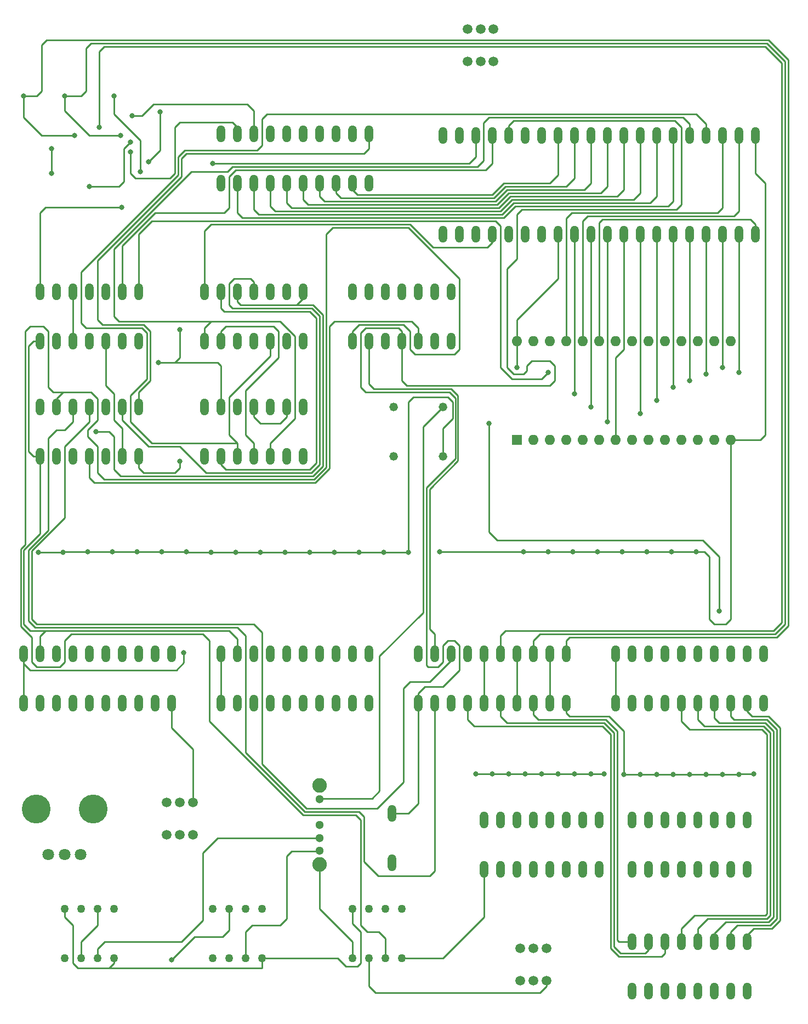
<source format=gbl>
G04 #@! TF.GenerationSoftware,KiCad,Pcbnew,(6.0.9-0)*
G04 #@! TF.CreationDate,2022-12-07T17:47:49-05:00*
G04 #@! TF.ProjectId,6502tor,36353032-746f-4722-9e6b-696361645f70,rev?*
G04 #@! TF.SameCoordinates,Original*
G04 #@! TF.FileFunction,Copper,L2,Bot*
G04 #@! TF.FilePolarity,Positive*
%FSLAX46Y46*%
G04 Gerber Fmt 4.6, Leading zero omitted, Abs format (unit mm)*
G04 Created by KiCad (PCBNEW (6.0.9-0)) date 2022-12-07 17:47:49*
%MOMM*%
%LPD*%
G01*
G04 APERTURE LIST*
G04 #@! TA.AperFunction,ComponentPad*
%ADD10O,1.320800X2.641600*%
G04 #@! TD*
G04 #@! TA.AperFunction,ComponentPad*
%ADD11C,1.320800*%
G04 #@! TD*
G04 #@! TA.AperFunction,ComponentPad*
%ADD12R,1.600000X1.600000*%
G04 #@! TD*
G04 #@! TA.AperFunction,ComponentPad*
%ADD13O,1.600000X1.600000*%
G04 #@! TD*
G04 #@! TA.AperFunction,ComponentPad*
%ADD14C,1.500000*%
G04 #@! TD*
G04 #@! TA.AperFunction,ComponentPad*
%ADD15C,1.270000*%
G04 #@! TD*
G04 #@! TA.AperFunction,ComponentPad*
%ADD16C,1.300000*%
G04 #@! TD*
G04 #@! TA.AperFunction,ComponentPad*
%ADD17C,2.250000*%
G04 #@! TD*
G04 #@! TA.AperFunction,ComponentPad*
%ADD18C,1.800000*%
G04 #@! TD*
G04 #@! TA.AperFunction,ComponentPad*
%ADD19C,4.460000*%
G04 #@! TD*
G04 #@! TA.AperFunction,ViaPad*
%ADD20C,0.800000*%
G04 #@! TD*
G04 #@! TA.AperFunction,Conductor*
%ADD21C,0.250000*%
G04 #@! TD*
G04 APERTURE END LIST*
D10*
G04 #@! TO.P,IC2,1,DIR*
G04 #@! TO.N,VCC*
X132080000Y-132080000D03*
G04 #@! TO.P,IC2,2,A1*
G04 #@! TO.N,Net-(IC14-Pad16)*
X134620000Y-132080000D03*
G04 #@! TO.P,IC2,3,A2*
G04 #@! TO.N,Net-(IC14-Pad14)*
X137160000Y-132080000D03*
G04 #@! TO.P,IC2,4,A3*
G04 #@! TO.N,Net-(IC14-Pad12)*
X139700000Y-132080000D03*
G04 #@! TO.P,IC2,5,A4*
G04 #@! TO.N,Net-(R20-Pad1)*
X142240000Y-132080000D03*
G04 #@! TO.P,IC2,6,A5*
G04 #@! TO.N,Net-(R21-Pad1)*
X144780000Y-132080000D03*
G04 #@! TO.P,IC2,7,A6*
G04 #@! TO.N,Net-(R22-Pad1)*
X147320000Y-132080000D03*
G04 #@! TO.P,IC2,8,A7*
G04 #@! TO.N,Net-(R23-Pad1)*
X149860000Y-132080000D03*
G04 #@! TO.P,IC2,9,A8*
G04 #@! TO.N,Net-(R24-Pad1)*
X152400000Y-132080000D03*
G04 #@! TO.P,IC2,10*
G04 #@! TO.N,0*
X154940000Y-132080000D03*
G04 #@! TO.P,IC2,11,B8*
G04 #@! TO.N,Net-(IC1-Pad33)*
X154940000Y-124460000D03*
G04 #@! TO.P,IC2,12,B7*
G04 #@! TO.N,Net-(IC1-Pad32)*
X152400000Y-124460000D03*
G04 #@! TO.P,IC2,13,B6*
G04 #@! TO.N,Net-(IC1-Pad31)*
X149860000Y-124460000D03*
G04 #@! TO.P,IC2,14,B5*
G04 #@! TO.N,Net-(IC1-Pad30)*
X147320000Y-124460000D03*
G04 #@! TO.P,IC2,15,B4*
G04 #@! TO.N,Net-(IC1-Pad29)*
X144780000Y-124460000D03*
G04 #@! TO.P,IC2,16,B3*
G04 #@! TO.N,Net-(IC1-Pad28)*
X142240000Y-124460000D03*
G04 #@! TO.P,IC2,17,B2*
G04 #@! TO.N,Net-(IC1-Pad27)*
X139700000Y-124460000D03*
G04 #@! TO.P,IC2,18,B1*
G04 #@! TO.N,Net-(IC1-Pad26)*
X137160000Y-124460000D03*
G04 #@! TO.P,IC2,19,G*
G04 #@! TO.N,Net-(IC4-Pad8)*
X134620000Y-124460000D03*
G04 #@! TO.P,IC2,20*
G04 #@! TO.N,VCC*
X132080000Y-124460000D03*
G04 #@! TD*
G04 #@! TO.P,IC15,1,OC*
G04 #@! TO.N,0*
X71120000Y-51816000D03*
G04 #@! TO.P,IC15,2,1D*
G04 #@! TO.N,Net-(IC1-Pad26)*
X73660000Y-51816000D03*
G04 #@! TO.P,IC15,3,2D*
G04 #@! TO.N,Net-(IC1-Pad27)*
X76200000Y-51816000D03*
G04 #@! TO.P,IC15,4,3D*
G04 #@! TO.N,Net-(IC1-Pad28)*
X78740000Y-51816000D03*
G04 #@! TO.P,IC15,5,4D*
G04 #@! TO.N,Net-(IC1-Pad29)*
X81280000Y-51816000D03*
G04 #@! TO.P,IC15,6,5D*
G04 #@! TO.N,Net-(IC1-Pad30)*
X83820000Y-51816000D03*
G04 #@! TO.P,IC15,7,6D*
G04 #@! TO.N,Net-(IC1-Pad31)*
X86360000Y-51816000D03*
G04 #@! TO.P,IC15,8,7D*
G04 #@! TO.N,Net-(IC1-Pad32)*
X88900000Y-51816000D03*
G04 #@! TO.P,IC15,9,8D*
G04 #@! TO.N,Net-(IC1-Pad33)*
X91440000Y-51816000D03*
G04 #@! TO.P,IC15,10*
G04 #@! TO.N,0*
X93980000Y-51816000D03*
G04 #@! TO.P,IC15,11,CLK*
G04 #@! TO.N,Net-(IC15-Pad11)*
X93980000Y-44196000D03*
G04 #@! TO.P,IC15,12,8Q*
G04 #@! TO.N,Net-(IC15-Pad12)*
X91440000Y-44196000D03*
G04 #@! TO.P,IC15,13,7Q*
G04 #@! TO.N,Net-(IC15-Pad13)*
X88900000Y-44196000D03*
G04 #@! TO.P,IC15,14,6Q*
G04 #@! TO.N,Net-(IC15-Pad14)*
X86360000Y-44196000D03*
G04 #@! TO.P,IC15,15,5Q*
G04 #@! TO.N,Net-(IC15-Pad15)*
X83820000Y-44196000D03*
G04 #@! TO.P,IC15,16,4Q*
G04 #@! TO.N,Net-(IC15-Pad16)*
X81280000Y-44196000D03*
G04 #@! TO.P,IC15,17,3Q*
G04 #@! TO.N,Net-(IC15-Pad17)*
X78740000Y-44196000D03*
G04 #@! TO.P,IC15,18,2Q*
G04 #@! TO.N,Net-(IC15-Pad18)*
X76200000Y-44196000D03*
G04 #@! TO.P,IC15,19,1Q*
G04 #@! TO.N,Net-(IC15-Pad19)*
X73660000Y-44196000D03*
G04 #@! TO.P,IC15,20*
G04 #@! TO.N,VCC*
X71120000Y-44196000D03*
G04 #@! TD*
D11*
G04 #@! TO.P,QG1,1*
G04 #@! TO.N,N/C*
X97790000Y-93980000D03*
G04 #@! TO.P,QG1,4,GND*
G04 #@! TO.N,0*
X105410000Y-93980000D03*
G04 #@! TO.P,QG1,5,OUT*
G04 #@! TO.N,Net-(QG1-Pad5)*
X105410000Y-86360000D03*
G04 #@! TO.P,QG1,8,VCC*
G04 #@! TO.N,VCC*
X97790000Y-86360000D03*
G04 #@! TD*
D10*
G04 #@! TO.P,IC8,1,I*
G04 #@! TO.N,Net-(IC1-Pad36)*
X43180000Y-93980000D03*
G04 #@! TO.P,IC8,2,O*
G04 #@! TO.N,Net-(IC14-Pad19)*
X45720000Y-93980000D03*
G04 #@! TO.P,IC8,3,I*
G04 #@! TO.N,Net-(IC3-Pad6)*
X48260000Y-93980000D03*
G04 #@! TO.P,IC8,4,O*
G04 #@! TO.N,Net-(IC4-Pad5)*
X50800000Y-93980000D03*
G04 #@! TO.P,IC8,5,I*
G04 #@! TO.N,Net-(IC3-Pad8)*
X53340000Y-93980000D03*
G04 #@! TO.P,IC8,6,O*
G04 #@! TO.N,Net-(IC3-Pad5)*
X55880000Y-93980000D03*
G04 #@! TO.P,IC8,7*
G04 #@! TO.N,0*
X58420000Y-93980000D03*
G04 #@! TO.P,IC8,8,O*
G04 #@! TO.N,Net-(IC15-Pad11)*
X58420000Y-86360000D03*
G04 #@! TO.P,IC8,9,I*
G04 #@! TO.N,Net-(IC5-Pad11)*
X55880000Y-86360000D03*
G04 #@! TO.P,IC8,10,O*
G04 #@! TO.N,Net-(IC3-Pad13)*
X53340000Y-86360000D03*
G04 #@! TO.P,IC8,11,I*
G04 #@! TO.N,Net-(IC1-Pad34)*
X50800000Y-86360000D03*
G04 #@! TO.P,IC8,12,O*
G04 #@! TO.N,Net-(IC14-Pad2)*
X48260000Y-86360000D03*
G04 #@! TO.P,IC8,13,I*
G04 #@! TO.N,Net-(IC10-Pad3)*
X45720000Y-86360000D03*
G04 #@! TO.P,IC8,14*
G04 #@! TO.N,VCC*
X43180000Y-86360000D03*
G04 #@! TD*
G04 #@! TO.P,IC1,1,~{VPB}*
G04 #@! TO.N,unconnected-(IC1-Pad1)*
X105410000Y-59690000D03*
G04 #@! TO.P,IC1,2,RDY*
G04 #@! TO.N,Net-(IC1-Pad2)*
X107950000Y-59690000D03*
G04 #@! TO.P,IC1,3,PHI1O*
G04 #@! TO.N,unconnected-(IC1-Pad3)*
X110490000Y-59690000D03*
G04 #@! TO.P,IC1,4,~{IRQB}*
G04 #@! TO.N,VCC*
X113030000Y-59690000D03*
G04 #@! TO.P,IC1,5,~{MLB}*
G04 #@! TO.N,unconnected-(IC1-Pad5)*
X115570000Y-59690000D03*
G04 #@! TO.P,IC1,6,~{NMIB}*
G04 #@! TO.N,VCC*
X118110000Y-59690000D03*
G04 #@! TO.P,IC1,7,SYNC*
G04 #@! TO.N,unconnected-(IC1-Pad7)*
X120650000Y-59690000D03*
G04 #@! TO.P,IC1,8*
G04 #@! TO.N,VCC*
X123190000Y-59690000D03*
G04 #@! TO.P,IC1,9,A0*
G04 #@! TO.N,Net-(IC1-Pad9)*
X125730000Y-59690000D03*
G04 #@! TO.P,IC1,10,A1*
G04 #@! TO.N,Net-(IC1-Pad10)*
X128270000Y-59690000D03*
G04 #@! TO.P,IC1,11,A2*
G04 #@! TO.N,Net-(IC1-Pad11)*
X130810000Y-59690000D03*
G04 #@! TO.P,IC1,12,A3*
G04 #@! TO.N,Net-(IC1-Pad12)*
X133350000Y-59690000D03*
G04 #@! TO.P,IC1,13,A4*
G04 #@! TO.N,Net-(IC1-Pad13)*
X135890000Y-59690000D03*
G04 #@! TO.P,IC1,14,A5*
G04 #@! TO.N,Net-(IC1-Pad14)*
X138430000Y-59690000D03*
G04 #@! TO.P,IC1,15,A6*
G04 #@! TO.N,Net-(IC1-Pad15)*
X140970000Y-59690000D03*
G04 #@! TO.P,IC1,16,A7*
G04 #@! TO.N,Net-(IC1-Pad16)*
X143510000Y-59690000D03*
G04 #@! TO.P,IC1,17,A8*
G04 #@! TO.N,Net-(IC1-Pad17)*
X146050000Y-59690000D03*
G04 #@! TO.P,IC1,18,A9*
G04 #@! TO.N,Net-(IC1-Pad18)*
X148590000Y-59690000D03*
G04 #@! TO.P,IC1,19,A10*
G04 #@! TO.N,Net-(IC1-Pad19)*
X151130000Y-59690000D03*
G04 #@! TO.P,IC1,20,A11*
G04 #@! TO.N,Net-(IC1-Pad20)*
X153670000Y-59690000D03*
G04 #@! TO.P,IC1,21*
G04 #@! TO.N,0*
X153670000Y-44450000D03*
G04 #@! TO.P,IC1,22,A12*
G04 #@! TO.N,Net-(IC1-Pad22)*
X151130000Y-44450000D03*
G04 #@! TO.P,IC1,23,A13*
G04 #@! TO.N,Net-(IC1-Pad23)*
X148590000Y-44450000D03*
G04 #@! TO.P,IC1,24,A14*
G04 #@! TO.N,Net-(IC1-Pad24)*
X146050000Y-44450000D03*
G04 #@! TO.P,IC1,25,A15*
G04 #@! TO.N,Net-(IC1-Pad25)*
X143510000Y-44450000D03*
G04 #@! TO.P,IC1,26,D7*
G04 #@! TO.N,Net-(IC1-Pad26)*
X140970000Y-44450000D03*
G04 #@! TO.P,IC1,27,D6*
G04 #@! TO.N,Net-(IC1-Pad27)*
X138430000Y-44450000D03*
G04 #@! TO.P,IC1,28,D5*
G04 #@! TO.N,Net-(IC1-Pad28)*
X135890000Y-44450000D03*
G04 #@! TO.P,IC1,29,D4*
G04 #@! TO.N,Net-(IC1-Pad29)*
X133350000Y-44450000D03*
G04 #@! TO.P,IC1,30,D3*
G04 #@! TO.N,Net-(IC1-Pad30)*
X130810000Y-44450000D03*
G04 #@! TO.P,IC1,31,D2*
G04 #@! TO.N,Net-(IC1-Pad31)*
X128270000Y-44450000D03*
G04 #@! TO.P,IC1,32,D1*
G04 #@! TO.N,Net-(IC1-Pad32)*
X125730000Y-44450000D03*
G04 #@! TO.P,IC1,33,D0*
G04 #@! TO.N,Net-(IC1-Pad33)*
X123190000Y-44450000D03*
G04 #@! TO.P,IC1,34,R~{WB}*
G04 #@! TO.N,Net-(IC1-Pad34)*
X120650000Y-44450000D03*
G04 #@! TO.P,IC1,35,NC*
G04 #@! TO.N,unconnected-(IC1-Pad35)*
X118110000Y-44450000D03*
G04 #@! TO.P,IC1,36,BE*
G04 #@! TO.N,Net-(IC1-Pad36)*
X115570000Y-44450000D03*
G04 #@! TO.P,IC1,37,PHI2*
G04 #@! TO.N,Net-(IC1-Pad37)*
X113030000Y-44450000D03*
G04 #@! TO.P,IC1,38,~{SOB}*
G04 #@! TO.N,VCC*
X110490000Y-44450000D03*
G04 #@! TO.P,IC1,39,PHI2O*
G04 #@! TO.N,unconnected-(IC1-Pad39)*
X107950000Y-44450000D03*
G04 #@! TO.P,IC1,40,~{RESB}*
G04 #@! TO.N,Net-(IC1-Pad40)*
X105410000Y-44450000D03*
G04 #@! TD*
G04 #@! TO.P,IC3,1,I0*
G04 #@! TO.N,Net-(IC1-Pad36)*
X43180000Y-76200000D03*
G04 #@! TO.P,IC3,2,I1*
G04 #@! TO.N,Net-(IC3-Pad2)*
X45720000Y-76200000D03*
G04 #@! TO.P,IC3,3,O*
G04 #@! TO.N,Net-(IC1-Pad37)*
X48260000Y-76200000D03*
G04 #@! TO.P,IC3,4,I0*
G04 #@! TO.N,Net-(IC3-Pad4)*
X50800000Y-76200000D03*
G04 #@! TO.P,IC3,5,I1*
G04 #@! TO.N,Net-(IC3-Pad5)*
X53340000Y-76200000D03*
G04 #@! TO.P,IC3,6,O*
G04 #@! TO.N,Net-(IC3-Pad6)*
X55880000Y-76200000D03*
G04 #@! TO.P,IC3,7*
G04 #@! TO.N,0*
X58420000Y-76200000D03*
G04 #@! TO.P,IC3,8,O*
G04 #@! TO.N,Net-(IC3-Pad8)*
X58420000Y-68580000D03*
G04 #@! TO.P,IC3,9,I0*
G04 #@! TO.N,Net-(IC1-Pad37)*
X55880000Y-68580000D03*
G04 #@! TO.P,IC3,10,I1*
G04 #@! TO.N,Net-(IC1-Pad34)*
X53340000Y-68580000D03*
G04 #@! TO.P,IC3,11,O*
G04 #@! TO.N,Net-(IC3-Pad11)*
X50800000Y-68580000D03*
G04 #@! TO.P,IC3,12,I0*
G04 #@! TO.N,Net-(IC1-Pad37)*
X48260000Y-68580000D03*
G04 #@! TO.P,IC3,13,I1*
G04 #@! TO.N,Net-(IC3-Pad13)*
X45720000Y-68580000D03*
G04 #@! TO.P,IC3,14*
G04 #@! TO.N,VCC*
X43180000Y-68580000D03*
G04 #@! TD*
G04 #@! TO.P,IC14,1,G*
G04 #@! TO.N,Net-(IC1-Pad36)*
X101600000Y-132080000D03*
G04 #@! TO.P,IC14,2,A1*
G04 #@! TO.N,Net-(IC14-Pad2)*
X104140000Y-132080000D03*
G04 #@! TO.P,IC14,3,Y4*
G04 #@! TO.N,unconnected-(IC14-Pad3)*
X106680000Y-132080000D03*
G04 #@! TO.P,IC14,4,A2*
G04 #@! TO.N,Net-(IC14-Pad4)*
X109220000Y-132080000D03*
G04 #@! TO.P,IC14,5,Y3*
G04 #@! TO.N,Net-(IC14-Pad16)*
X111760000Y-132080000D03*
G04 #@! TO.P,IC14,6,A3*
G04 #@! TO.N,Net-(IC14-Pad6)*
X114300000Y-132080000D03*
G04 #@! TO.P,IC14,7,Y2*
G04 #@! TO.N,Net-(IC14-Pad14)*
X116840000Y-132080000D03*
G04 #@! TO.P,IC14,8,A4*
G04 #@! TO.N,Net-(IC14-Pad8)*
X119380000Y-132080000D03*
G04 #@! TO.P,IC14,9,Y1*
G04 #@! TO.N,Net-(IC14-Pad12)*
X121920000Y-132080000D03*
G04 #@! TO.P,IC14,10*
G04 #@! TO.N,0*
X124460000Y-132080000D03*
G04 #@! TO.P,IC14,11,A1*
G04 #@! TO.N,Net-(IC14-Pad11)*
X124460000Y-124460000D03*
G04 #@! TO.P,IC14,12,Y4*
G04 #@! TO.N,Net-(IC14-Pad12)*
X121920000Y-124460000D03*
G04 #@! TO.P,IC14,13,A2*
G04 #@! TO.N,Net-(IC14-Pad13)*
X119380000Y-124460000D03*
G04 #@! TO.P,IC14,14,Y3*
G04 #@! TO.N,Net-(IC14-Pad14)*
X116840000Y-124460000D03*
G04 #@! TO.P,IC14,15,A3*
G04 #@! TO.N,Net-(IC14-Pad15)*
X114300000Y-124460000D03*
G04 #@! TO.P,IC14,16,Y2*
G04 #@! TO.N,Net-(IC14-Pad16)*
X111760000Y-124460000D03*
G04 #@! TO.P,IC14,17,A4*
G04 #@! TO.N,unconnected-(IC14-Pad17)*
X109220000Y-124460000D03*
G04 #@! TO.P,IC14,18,Y1*
G04 #@! TO.N,Net-(IC1-Pad34)*
X106680000Y-124460000D03*
G04 #@! TO.P,IC14,19,G*
G04 #@! TO.N,Net-(IC14-Pad19)*
X104140000Y-124460000D03*
G04 #@! TO.P,IC14,20*
G04 #@! TO.N,VCC*
X101600000Y-124460000D03*
G04 #@! TD*
G04 #@! TO.P,IC5,1,I0*
G04 #@! TO.N,Net-(IC1-Pad25)*
X68580000Y-76200000D03*
G04 #@! TO.P,IC5,2,I1*
G04 #@! TO.N,Net-(IC5-Pad2)*
X71120000Y-76200000D03*
G04 #@! TO.P,IC5,3,O*
G04 #@! TO.N,Net-(IC5-Pad10)*
X73660000Y-76200000D03*
G04 #@! TO.P,IC5,4,I0*
G04 #@! TO.N,Net-(IC5-Pad4)*
X76200000Y-76200000D03*
G04 #@! TO.P,IC5,5,I1*
G04 #@! TO.N,Net-(IC1-Pad24)*
X78740000Y-76200000D03*
G04 #@! TO.P,IC5,6,O*
G04 #@! TO.N,Net-(IC5-Pad6)*
X81280000Y-76200000D03*
G04 #@! TO.P,IC5,7*
G04 #@! TO.N,0*
X83820000Y-76200000D03*
G04 #@! TO.P,IC5,8,O*
G04 #@! TO.N,Net-(IC3-Pad4)*
X83820000Y-68580000D03*
G04 #@! TO.P,IC5,9,I0*
G04 #@! TO.N,Net-(IC5-Pad6)*
X81280000Y-68580000D03*
G04 #@! TO.P,IC5,10,I1*
G04 #@! TO.N,Net-(IC5-Pad10)*
X78740000Y-68580000D03*
G04 #@! TO.P,IC5,11,O*
G04 #@! TO.N,Net-(IC5-Pad11)*
X76200000Y-68580000D03*
G04 #@! TO.P,IC5,12,I0*
G04 #@! TO.N,Net-(IC3-Pad4)*
X73660000Y-68580000D03*
G04 #@! TO.P,IC5,13,I1*
G04 #@! TO.N,Net-(IC5-Pad13)*
X71120000Y-68580000D03*
G04 #@! TO.P,IC5,14*
G04 #@! TO.N,VCC*
X68580000Y-68580000D03*
G04 #@! TD*
G04 #@! TO.P,IC4,1,I0*
G04 #@! TO.N,Net-(IC10-Pad3)*
X91440000Y-76200000D03*
G04 #@! TO.P,IC4,2,I1*
G04 #@! TO.N,Net-(IC14-Pad19)*
X93980000Y-76200000D03*
G04 #@! TO.P,IC4,3,O*
G04 #@! TO.N,Net-(IC4-Pad13)*
X96520000Y-76200000D03*
G04 #@! TO.P,IC4,4,I0*
G04 #@! TO.N,Net-(IC1-Pad36)*
X99060000Y-76200000D03*
G04 #@! TO.P,IC4,5,I1*
G04 #@! TO.N,Net-(IC4-Pad5)*
X101600000Y-76200000D03*
G04 #@! TO.P,IC4,6,O*
G04 #@! TO.N,Net-(IC4-Pad12)*
X104140000Y-76200000D03*
G04 #@! TO.P,IC4,7*
G04 #@! TO.N,0*
X106680000Y-76200000D03*
G04 #@! TO.P,IC4,8,O*
G04 #@! TO.N,Net-(IC4-Pad8)*
X106680000Y-68580000D03*
G04 #@! TO.P,IC4,9,I0*
G04 #@! TO.N,Net-(IC4-Pad10)*
X104140000Y-68580000D03*
G04 #@! TO.P,IC4,10,I1*
X101600000Y-68580000D03*
G04 #@! TO.P,IC4,11,O*
X99060000Y-68580000D03*
G04 #@! TO.P,IC4,12,I0*
G04 #@! TO.N,Net-(IC4-Pad12)*
X96520000Y-68580000D03*
G04 #@! TO.P,IC4,13,I1*
G04 #@! TO.N,Net-(IC4-Pad13)*
X93980000Y-68580000D03*
G04 #@! TO.P,IC4,14*
G04 #@! TO.N,VCC*
X91440000Y-68580000D03*
G04 #@! TD*
G04 #@! TO.P,IC9,1,I*
G04 #@! TO.N,Net-(IC3-Pad11)*
X68580000Y-93980000D03*
G04 #@! TO.P,IC9,2,O*
G04 #@! TO.N,Net-(IC5-Pad13)*
X71120000Y-93980000D03*
G04 #@! TO.P,IC9,3,I*
G04 #@! TO.N,Net-(IC1-Pad24)*
X73660000Y-93980000D03*
G04 #@! TO.P,IC9,4,O*
G04 #@! TO.N,Net-(IC5-Pad2)*
X76200000Y-93980000D03*
G04 #@! TO.P,IC9,5,I*
G04 #@! TO.N,Net-(IC1-Pad25)*
X78740000Y-93980000D03*
G04 #@! TO.P,IC9,6,O*
G04 #@! TO.N,Net-(IC5-Pad4)*
X81280000Y-93980000D03*
G04 #@! TO.P,IC9,7*
G04 #@! TO.N,0*
X83820000Y-93980000D03*
G04 #@! TO.P,IC9,8,O*
G04 #@! TO.N,unconnected-(IC9-Pad8)*
X83820000Y-86360000D03*
G04 #@! TO.P,IC9,9,I*
G04 #@! TO.N,0*
X81280000Y-86360000D03*
G04 #@! TO.P,IC9,10,O*
G04 #@! TO.N,unconnected-(IC9-Pad10)*
X78740000Y-86360000D03*
G04 #@! TO.P,IC9,11,I*
G04 #@! TO.N,0*
X76200000Y-86360000D03*
G04 #@! TO.P,IC9,12,O*
G04 #@! TO.N,unconnected-(IC9-Pad12)*
X73660000Y-86360000D03*
G04 #@! TO.P,IC9,13,I*
G04 #@! TO.N,0*
X71120000Y-86360000D03*
G04 #@! TO.P,IC9,14*
G04 #@! TO.N,VCC*
X68580000Y-86360000D03*
G04 #@! TD*
D12*
G04 #@! TO.P,U1,1,A14*
G04 #@! TO.N,Net-(IC1-Pad18)*
X116840000Y-91440000D03*
D13*
G04 #@! TO.P,U1,2,A12*
G04 #@! TO.N,Net-(IC1-Pad17)*
X119380000Y-91440000D03*
G04 #@! TO.P,U1,3,A7*
G04 #@! TO.N,Net-(IC1-Pad16)*
X121920000Y-91440000D03*
G04 #@! TO.P,U1,4,A6*
G04 #@! TO.N,Net-(IC1-Pad15)*
X124460000Y-91440000D03*
G04 #@! TO.P,U1,5,A5*
G04 #@! TO.N,Net-(IC1-Pad14)*
X127000000Y-91440000D03*
G04 #@! TO.P,U1,6,A4*
G04 #@! TO.N,Net-(IC1-Pad13)*
X129540000Y-91440000D03*
G04 #@! TO.P,U1,7,A3*
G04 #@! TO.N,Net-(IC1-Pad12)*
X132080000Y-91440000D03*
G04 #@! TO.P,U1,8,A2*
G04 #@! TO.N,Net-(IC1-Pad11)*
X134620000Y-91440000D03*
G04 #@! TO.P,U1,9,A1*
G04 #@! TO.N,Net-(IC1-Pad10)*
X137160000Y-91440000D03*
G04 #@! TO.P,U1,10,A0*
G04 #@! TO.N,Net-(IC1-Pad9)*
X139700000Y-91440000D03*
G04 #@! TO.P,U1,11,Q0*
G04 #@! TO.N,Net-(IC1-Pad33)*
X142240000Y-91440000D03*
G04 #@! TO.P,U1,12,Q1*
G04 #@! TO.N,Net-(IC1-Pad31)*
X144780000Y-91440000D03*
G04 #@! TO.P,U1,13,Q2*
G04 #@! TO.N,Net-(IC1-Pad29)*
X147320000Y-91440000D03*
G04 #@! TO.P,U1,14,GND*
G04 #@! TO.N,0*
X149860000Y-91440000D03*
G04 #@! TO.P,U1,15,Q3*
G04 #@! TO.N,unconnected-(U1-Pad15)*
X149860000Y-76200000D03*
G04 #@! TO.P,U1,16,Q4*
G04 #@! TO.N,unconnected-(U1-Pad16)*
X147320000Y-76200000D03*
G04 #@! TO.P,U1,17,Q5*
G04 #@! TO.N,unconnected-(U1-Pad17)*
X144780000Y-76200000D03*
G04 #@! TO.P,U1,18,Q6*
G04 #@! TO.N,unconnected-(U1-Pad18)*
X142240000Y-76200000D03*
G04 #@! TO.P,U1,19,Q7*
G04 #@! TO.N,unconnected-(U1-Pad19)*
X139700000Y-76200000D03*
G04 #@! TO.P,U1,20,~{CS}*
G04 #@! TO.N,Net-(IC3-Pad4)*
X137160000Y-76200000D03*
G04 #@! TO.P,U1,21,A10*
G04 #@! TO.N,Net-(IC1-Pad19)*
X134620000Y-76200000D03*
G04 #@! TO.P,U1,22,~{OE}*
G04 #@! TO.N,Net-(IC3-Pad8)*
X132080000Y-76200000D03*
G04 #@! TO.P,U1,23,A11*
G04 #@! TO.N,Net-(IC1-Pad20)*
X129540000Y-76200000D03*
G04 #@! TO.P,U1,24,A9*
G04 #@! TO.N,Net-(IC1-Pad22)*
X127000000Y-76200000D03*
G04 #@! TO.P,U1,25,A8*
G04 #@! TO.N,Net-(IC1-Pad23)*
X124460000Y-76200000D03*
G04 #@! TO.P,U1,26,A13*
G04 #@! TO.N,Net-(IC1-Pad25)*
X121920000Y-76200000D03*
G04 #@! TO.P,U1,27,~{WE}*
G04 #@! TO.N,Net-(IC3-Pad11)*
X119380000Y-76200000D03*
G04 #@! TO.P,U1,28,VCC*
G04 #@! TO.N,VCC*
X116840000Y-76200000D03*
G04 #@! TD*
D10*
G04 #@! TO.P,SW3,1,1*
G04 #@! TO.N,VCC*
X134620000Y-176530000D03*
G04 #@! TO.P,SW3,2,2*
X137160000Y-176530000D03*
G04 #@! TO.P,SW3,3,3*
X139700000Y-176530000D03*
G04 #@! TO.P,SW3,4,4*
X142240000Y-176530000D03*
G04 #@! TO.P,SW3,5,5*
X144780000Y-176530000D03*
G04 #@! TO.P,SW3,6,6*
X147320000Y-176530000D03*
G04 #@! TO.P,SW3,7,7*
X149860000Y-176530000D03*
G04 #@! TO.P,SW3,8,8*
X152400000Y-176530000D03*
G04 #@! TO.P,SW3,9,9*
G04 #@! TO.N,Net-(R24-Pad1)*
X152400000Y-168910000D03*
G04 #@! TO.P,SW3,10,10*
G04 #@! TO.N,Net-(R23-Pad1)*
X149860000Y-168910000D03*
G04 #@! TO.P,SW3,11,11*
G04 #@! TO.N,Net-(R22-Pad1)*
X147320000Y-168910000D03*
G04 #@! TO.P,SW3,12,12*
G04 #@! TO.N,Net-(R21-Pad1)*
X144780000Y-168910000D03*
G04 #@! TO.P,SW3,13,13*
G04 #@! TO.N,Net-(R20-Pad1)*
X142240000Y-168910000D03*
G04 #@! TO.P,SW3,14,14*
G04 #@! TO.N,Net-(IC14-Pad4)*
X139700000Y-168910000D03*
G04 #@! TO.P,SW3,15,15*
G04 #@! TO.N,Net-(IC14-Pad6)*
X137160000Y-168910000D03*
G04 #@! TO.P,SW3,16,16*
G04 #@! TO.N,Net-(IC14-Pad8)*
X134620000Y-168910000D03*
G04 #@! TD*
D14*
G04 #@! TO.P,S1,A1,NC_1*
G04 #@! TO.N,unconnected-(S1-PadA1)*
X117380000Y-174945000D03*
G04 #@! TO.P,S1,A2,NO_1*
G04 #@! TO.N,Net-(IC10-Pad2)*
X121380000Y-174945000D03*
G04 #@! TO.P,S1,B1,NC_2*
G04 #@! TO.N,unconnected-(S1-PadB1)*
X117380000Y-169945000D03*
G04 #@! TO.P,S1,B2,NO_2*
G04 #@! TO.N,unconnected-(S1-PadB2)*
X121380000Y-169945000D03*
G04 #@! TO.P,S1,C1,COM_1*
G04 #@! TO.N,0*
X119380000Y-174945000D03*
G04 #@! TO.P,S1,C2,COM_2*
G04 #@! TO.N,unconnected-(S1-PadC2)*
X119380000Y-169945000D03*
G04 #@! TD*
D15*
G04 #@! TO.P,IC10,1,GND*
G04 #@! TO.N,0*
X91440000Y-171450000D03*
G04 #@! TO.P,IC10,2,TR*
G04 #@! TO.N,Net-(IC10-Pad2)*
X93980000Y-171450000D03*
G04 #@! TO.P,IC10,3,Q*
G04 #@! TO.N,Net-(IC10-Pad3)*
X96520000Y-171450000D03*
G04 #@! TO.P,IC10,4,R*
G04 #@! TO.N,VCC*
X99060000Y-171450000D03*
G04 #@! TO.P,IC10,5,CV*
G04 #@! TO.N,Net-(C6-Pad2)*
X99060000Y-163830000D03*
G04 #@! TO.P,IC10,6,THR*
G04 #@! TO.N,Net-(C5-Pad2)*
X96520000Y-163830000D03*
G04 #@! TO.P,IC10,7,DIS*
X93980000Y-163830000D03*
G04 #@! TO.P,IC10,8,V+*
G04 #@! TO.N,VCC*
X91440000Y-163830000D03*
G04 #@! TD*
G04 #@! TO.P,IC6,1,GND*
G04 #@! TO.N,0*
X69850000Y-171450000D03*
G04 #@! TO.P,IC6,2,TR*
G04 #@! TO.N,Net-(IC6-Pad2)*
X72390000Y-171450000D03*
G04 #@! TO.P,IC6,3,Q*
G04 #@! TO.N,Net-(IC6-Pad3)*
X74930000Y-171450000D03*
G04 #@! TO.P,IC6,4,R*
G04 #@! TO.N,VCC*
X77470000Y-171450000D03*
G04 #@! TO.P,IC6,5,CV*
G04 #@! TO.N,Net-(C3-Pad2)*
X77470000Y-163830000D03*
G04 #@! TO.P,IC6,6,THR*
G04 #@! TO.N,Net-(C4-Pad2)*
X74930000Y-163830000D03*
G04 #@! TO.P,IC6,7,DIS*
X72390000Y-163830000D03*
G04 #@! TO.P,IC6,8,V+*
G04 #@! TO.N,VCC*
X69850000Y-163830000D03*
G04 #@! TD*
G04 #@! TO.P,IC7,1,GND*
G04 #@! TO.N,0*
X46990000Y-171450000D03*
G04 #@! TO.P,IC7,2,TR*
G04 #@! TO.N,Net-(C2-Pad2)*
X49530000Y-171450000D03*
G04 #@! TO.P,IC7,3,Q*
G04 #@! TO.N,Net-(IC7-Pad3)*
X52070000Y-171450000D03*
G04 #@! TO.P,IC7,4,R*
G04 #@! TO.N,VCC*
X54610000Y-171450000D03*
G04 #@! TO.P,IC7,5,CV*
G04 #@! TO.N,Net-(C1-Pad2)*
X54610000Y-163830000D03*
G04 #@! TO.P,IC7,6,THR*
G04 #@! TO.N,Net-(C2-Pad2)*
X52070000Y-163830000D03*
G04 #@! TO.P,IC7,7,DIS*
G04 #@! TO.N,Net-(IC7-Pad7)*
X49530000Y-163830000D03*
G04 #@! TO.P,IC7,8,V+*
G04 #@! TO.N,VCC*
X46990000Y-163830000D03*
G04 #@! TD*
D10*
G04 #@! TO.P,SW2,1,1*
G04 #@! TO.N,VCC*
X134620000Y-157734000D03*
G04 #@! TO.P,SW2,2,2*
X137160000Y-157734000D03*
G04 #@! TO.P,SW2,3,3*
X139700000Y-157734000D03*
G04 #@! TO.P,SW2,4,4*
X142240000Y-157734000D03*
G04 #@! TO.P,SW2,5,5*
X144780000Y-157734000D03*
G04 #@! TO.P,SW2,6,6*
X147320000Y-157734000D03*
G04 #@! TO.P,SW2,7,7*
X149860000Y-157734000D03*
G04 #@! TO.P,SW2,8,8*
X152400000Y-157734000D03*
G04 #@! TO.P,SW2,9,9*
G04 #@! TO.N,Net-(IC12-Pad9)*
X152400000Y-150114000D03*
G04 #@! TO.P,SW2,10,10*
G04 #@! TO.N,Net-(IC12-Pad8)*
X149860000Y-150114000D03*
G04 #@! TO.P,SW2,11,11*
G04 #@! TO.N,Net-(IC12-Pad7)*
X147320000Y-150114000D03*
G04 #@! TO.P,SW2,12,12*
G04 #@! TO.N,Net-(IC12-Pad6)*
X144780000Y-150114000D03*
G04 #@! TO.P,SW2,13,13*
G04 #@! TO.N,Net-(IC12-Pad5)*
X142240000Y-150114000D03*
G04 #@! TO.P,SW2,14,14*
G04 #@! TO.N,Net-(IC12-Pad4)*
X139700000Y-150114000D03*
G04 #@! TO.P,SW2,15,15*
G04 #@! TO.N,Net-(IC12-Pad3)*
X137160000Y-150114000D03*
G04 #@! TO.P,SW2,16,16*
G04 #@! TO.N,Net-(IC12-Pad2)*
X134620000Y-150114000D03*
G04 #@! TD*
D16*
G04 #@! TO.P,S4,1,1*
G04 #@! TO.N,Net-(QG1-Pad5)*
X86360000Y-146876000D03*
G04 #@! TO.P,S4,2,2*
G04 #@! TO.N,Net-(IC3-Pad2)*
X86360000Y-150876000D03*
G04 #@! TO.P,S4,3,3*
G04 #@! TO.N,Net-(IC7-Pad3)*
X86360000Y-152876000D03*
G04 #@! TO.P,S4,4,4*
G04 #@! TO.N,Net-(IC6-Pad3)*
X86360000Y-154876000D03*
D17*
G04 #@! TO.P,S4,5,5*
G04 #@! TO.N,0*
X86360000Y-144776000D03*
G04 #@! TO.P,S4,6,6*
X86360000Y-156976000D03*
G04 #@! TD*
D14*
G04 #@! TO.P,S3,A1,NC_1*
G04 #@! TO.N,unconnected-(S3-PadA1)*
X109220000Y-33020000D03*
G04 #@! TO.P,S3,A2,NO_1*
G04 #@! TO.N,0*
X113220000Y-33020000D03*
G04 #@! TO.P,S3,B1,NC_2*
G04 #@! TO.N,unconnected-(S3-PadB1)*
X109220000Y-28020000D03*
G04 #@! TO.P,S3,B2,NO_2*
G04 #@! TO.N,unconnected-(S3-PadB2)*
X113220000Y-28020000D03*
G04 #@! TO.P,S3,C1,COM_1*
G04 #@! TO.N,Net-(IC1-Pad40)*
X111220000Y-33020000D03*
G04 #@! TO.P,S3,C2,COM_2*
G04 #@! TO.N,unconnected-(S3-PadC2)*
X111220000Y-28020000D03*
G04 #@! TD*
D10*
G04 #@! TO.P,IC11,1,DIR*
G04 #@! TO.N,VCC*
X40640000Y-132080000D03*
G04 #@! TO.P,IC11,2,A1*
G04 #@! TO.N,Net-(IC11-Pad2)*
X43180000Y-132080000D03*
G04 #@! TO.P,IC11,3,A2*
G04 #@! TO.N,Net-(IC11-Pad3)*
X45720000Y-132080000D03*
G04 #@! TO.P,IC11,4,A3*
G04 #@! TO.N,Net-(IC11-Pad4)*
X48260000Y-132080000D03*
G04 #@! TO.P,IC11,5,A4*
G04 #@! TO.N,Net-(IC11-Pad5)*
X50800000Y-132080000D03*
G04 #@! TO.P,IC11,6,A5*
G04 #@! TO.N,Net-(IC11-Pad6)*
X53340000Y-132080000D03*
G04 #@! TO.P,IC11,7,A6*
G04 #@! TO.N,Net-(IC11-Pad7)*
X55880000Y-132080000D03*
G04 #@! TO.P,IC11,8,A7*
G04 #@! TO.N,Net-(IC11-Pad8)*
X58420000Y-132080000D03*
G04 #@! TO.P,IC11,9,A8*
G04 #@! TO.N,Net-(IC11-Pad9)*
X60960000Y-132080000D03*
G04 #@! TO.P,IC11,10*
G04 #@! TO.N,0*
X63500000Y-132080000D03*
G04 #@! TO.P,IC11,11,B8*
G04 #@! TO.N,Net-(IC1-Pad17)*
X63500000Y-124460000D03*
G04 #@! TO.P,IC11,12,B7*
G04 #@! TO.N,Net-(IC1-Pad18)*
X60960000Y-124460000D03*
G04 #@! TO.P,IC11,13,B6*
G04 #@! TO.N,Net-(IC1-Pad19)*
X58420000Y-124460000D03*
G04 #@! TO.P,IC11,14,B5*
G04 #@! TO.N,Net-(IC1-Pad20)*
X55880000Y-124460000D03*
G04 #@! TO.P,IC11,15,B4*
G04 #@! TO.N,Net-(IC1-Pad22)*
X53340000Y-124460000D03*
G04 #@! TO.P,IC11,16,B3*
G04 #@! TO.N,Net-(IC1-Pad23)*
X50800000Y-124460000D03*
G04 #@! TO.P,IC11,17,B2*
G04 #@! TO.N,Net-(IC1-Pad24)*
X48260000Y-124460000D03*
G04 #@! TO.P,IC11,18,B1*
G04 #@! TO.N,Net-(IC1-Pad25)*
X45720000Y-124460000D03*
G04 #@! TO.P,IC11,19,G*
G04 #@! TO.N,Net-(IC1-Pad36)*
X43180000Y-124460000D03*
G04 #@! TO.P,IC11,20*
G04 #@! TO.N,VCC*
X40640000Y-124460000D03*
G04 #@! TD*
G04 #@! TO.P,SW4,1,1*
G04 #@! TO.N,VCC*
X97536000Y-156718000D03*
G04 #@! TO.P,SW4,2,2*
G04 #@! TO.N,Net-(IC1-Pad36)*
X97536000Y-149098000D03*
G04 #@! TD*
G04 #@! TO.P,IC12,1,DIR*
G04 #@! TO.N,VCC*
X71120000Y-132080000D03*
G04 #@! TO.P,IC12,2,A1*
G04 #@! TO.N,Net-(IC12-Pad2)*
X73660000Y-132080000D03*
G04 #@! TO.P,IC12,3,A2*
G04 #@! TO.N,Net-(IC12-Pad3)*
X76200000Y-132080000D03*
G04 #@! TO.P,IC12,4,A3*
G04 #@! TO.N,Net-(IC12-Pad4)*
X78740000Y-132080000D03*
G04 #@! TO.P,IC12,5,A4*
G04 #@! TO.N,Net-(IC12-Pad5)*
X81280000Y-132080000D03*
G04 #@! TO.P,IC12,6,A5*
G04 #@! TO.N,Net-(IC12-Pad6)*
X83820000Y-132080000D03*
G04 #@! TO.P,IC12,7,A6*
G04 #@! TO.N,Net-(IC12-Pad7)*
X86360000Y-132080000D03*
G04 #@! TO.P,IC12,8,A7*
G04 #@! TO.N,Net-(IC12-Pad8)*
X88900000Y-132080000D03*
G04 #@! TO.P,IC12,9,A8*
G04 #@! TO.N,Net-(IC12-Pad9)*
X91440000Y-132080000D03*
G04 #@! TO.P,IC12,10*
G04 #@! TO.N,0*
X93980000Y-132080000D03*
G04 #@! TO.P,IC12,11,B8*
G04 #@! TO.N,Net-(IC1-Pad9)*
X93980000Y-124460000D03*
G04 #@! TO.P,IC12,12,B7*
G04 #@! TO.N,Net-(IC1-Pad10)*
X91440000Y-124460000D03*
G04 #@! TO.P,IC12,13,B6*
G04 #@! TO.N,Net-(IC1-Pad11)*
X88900000Y-124460000D03*
G04 #@! TO.P,IC12,14,B5*
G04 #@! TO.N,Net-(IC1-Pad12)*
X86360000Y-124460000D03*
G04 #@! TO.P,IC12,15,B4*
G04 #@! TO.N,Net-(IC1-Pad13)*
X83820000Y-124460000D03*
G04 #@! TO.P,IC12,16,B3*
G04 #@! TO.N,Net-(IC1-Pad14)*
X81280000Y-124460000D03*
G04 #@! TO.P,IC12,17,B2*
G04 #@! TO.N,Net-(IC1-Pad15)*
X78740000Y-124460000D03*
G04 #@! TO.P,IC12,18,B1*
G04 #@! TO.N,Net-(IC1-Pad16)*
X76200000Y-124460000D03*
G04 #@! TO.P,IC12,19,G*
G04 #@! TO.N,Net-(IC1-Pad36)*
X73660000Y-124460000D03*
G04 #@! TO.P,IC12,20*
G04 #@! TO.N,VCC*
X71120000Y-124460000D03*
G04 #@! TD*
D14*
G04 #@! TO.P,S5,A1,NC_1*
G04 #@! TO.N,unconnected-(S5-PadA1)*
X62770000Y-152400000D03*
G04 #@! TO.P,S5,A2,NO_1*
G04 #@! TO.N,unconnected-(S5-PadA2)*
X66770000Y-152400000D03*
G04 #@! TO.P,S5,B1,NC_2*
G04 #@! TO.N,unconnected-(S5-PadB1)*
X62770000Y-147400000D03*
G04 #@! TO.P,S5,B2,NO_2*
G04 #@! TO.N,0*
X66770000Y-147400000D03*
G04 #@! TO.P,S5,C1,COM_1*
G04 #@! TO.N,unconnected-(S5-PadC1)*
X64770000Y-152400000D03*
G04 #@! TO.P,S5,C2,COM_2*
G04 #@! TO.N,Net-(IC6-Pad2)*
X64770000Y-147400000D03*
G04 #@! TD*
D18*
G04 #@! TO.P,R60,1,1*
G04 #@! TO.N,unconnected-(R60-Pad1)*
X44490000Y-155460000D03*
G04 #@! TO.P,R60,2,2*
G04 #@! TO.N,Net-(R60-Pad2)*
X46990000Y-155460000D03*
G04 #@! TO.P,R60,3,3*
G04 #@! TO.N,Net-(C2-Pad2)*
X49490000Y-155460000D03*
D19*
G04 #@! TO.P,R60,4,MH1*
G04 #@! TO.N,0*
X42590000Y-148460000D03*
G04 #@! TO.P,R60,5,MH2*
X51390000Y-148460000D03*
G04 #@! TD*
D10*
G04 #@! TO.P,SW1,1,1*
G04 #@! TO.N,VCC*
X111760000Y-157734000D03*
G04 #@! TO.P,SW1,2,2*
X114300000Y-157734000D03*
G04 #@! TO.P,SW1,3,3*
X116840000Y-157734000D03*
G04 #@! TO.P,SW1,4,4*
X119380000Y-157734000D03*
G04 #@! TO.P,SW1,5,5*
X121920000Y-157734000D03*
G04 #@! TO.P,SW1,6,6*
X124460000Y-157734000D03*
G04 #@! TO.P,SW1,7,7*
X127000000Y-157734000D03*
G04 #@! TO.P,SW1,8,8*
X129540000Y-157734000D03*
G04 #@! TO.P,SW1,9,9*
G04 #@! TO.N,Net-(IC11-Pad9)*
X129540000Y-150114000D03*
G04 #@! TO.P,SW1,10,10*
G04 #@! TO.N,Net-(IC11-Pad8)*
X127000000Y-150114000D03*
G04 #@! TO.P,SW1,11,11*
G04 #@! TO.N,Net-(IC11-Pad7)*
X124460000Y-150114000D03*
G04 #@! TO.P,SW1,12,12*
G04 #@! TO.N,Net-(IC11-Pad6)*
X121920000Y-150114000D03*
G04 #@! TO.P,SW1,13,13*
G04 #@! TO.N,Net-(IC11-Pad5)*
X119380000Y-150114000D03*
G04 #@! TO.P,SW1,14,14*
G04 #@! TO.N,Net-(IC11-Pad4)*
X116840000Y-150114000D03*
G04 #@! TO.P,SW1,15,15*
G04 #@! TO.N,Net-(IC11-Pad3)*
X114300000Y-150114000D03*
G04 #@! TO.P,SW1,16,16*
G04 #@! TO.N,Net-(IC11-Pad2)*
X111760000Y-150114000D03*
G04 #@! TD*
D20*
G04 #@! TO.N,VCC*
X116840000Y-80264000D03*
G04 #@! TO.N,Net-(IC4-Pad8)*
X148082000Y-117856000D03*
X112522000Y-88900000D03*
G04 #@! TO.N,VCC*
X55814000Y-55560000D03*
X69850000Y-48768000D03*
G04 #@! TO.N,0*
X61468000Y-79502000D03*
X64770000Y-74422000D03*
X104902000Y-108712000D03*
X64770000Y-94742000D03*
G04 #@! TO.N,Net-(IC3-Pad8)*
X121666000Y-81026000D03*
G04 #@! TO.N,Net-(IC3-Pad4)*
X51816000Y-90170000D03*
G04 #@! TO.N,VCC*
X65408000Y-124330000D03*
G04 #@! TO.N,Net-(IC14-Pad15)*
X52324000Y-43180000D03*
G04 #@! TO.N,Net-(IC1-Pad11)*
X130810000Y-88646000D03*
G04 #@! TO.N,Net-(IC1-Pad19)*
X151130000Y-81026000D03*
G04 #@! TO.N,Net-(IC1-Pad17)*
X146050000Y-81280000D03*
G04 #@! TO.N,Net-(IC1-Pad18)*
X148590000Y-80264000D03*
G04 #@! TO.N,0*
X46736000Y-108778000D03*
X50546000Y-108748000D03*
X130302000Y-143002000D03*
X140716000Y-108712000D03*
X123190000Y-143002000D03*
X118110000Y-143002000D03*
X61976000Y-108748000D03*
X121666000Y-108712000D03*
X143510000Y-143068000D03*
X81026000Y-108778000D03*
X151130000Y-143068000D03*
X65786000Y-108748000D03*
X54356000Y-108748000D03*
X146050000Y-143068000D03*
X135890000Y-143068000D03*
X133350000Y-143068000D03*
X120650000Y-143002000D03*
X100076000Y-108778000D03*
X113030000Y-143002000D03*
X110490000Y-143002000D03*
X140970000Y-143068000D03*
X88646000Y-108778000D03*
X96266000Y-108778000D03*
X129286000Y-108712000D03*
X69596000Y-108778000D03*
X92456000Y-108778000D03*
X115570000Y-143002000D03*
X128270000Y-143002000D03*
X42926000Y-108808000D03*
X77216000Y-108778000D03*
X117856000Y-108712000D03*
X138430000Y-143068000D03*
X153416000Y-143002000D03*
X133096000Y-108712000D03*
X125730000Y-143002000D03*
X73406000Y-108778000D03*
X125476000Y-108712000D03*
X136906000Y-108712000D03*
X148590000Y-143068000D03*
X58166000Y-108748000D03*
X144526000Y-108712000D03*
X84836000Y-108778000D03*
G04 #@! TO.N,Net-(C4-Pad2)*
X63500000Y-171704000D03*
G04 #@! TO.N,Net-(C7-Pad2)*
X50800000Y-52324000D03*
X57150000Y-45466000D03*
G04 #@! TO.N,Net-(IC1-Pad9)*
X125730000Y-84328000D03*
G04 #@! TO.N,Net-(IC1-Pad10)*
X128270000Y-86360000D03*
G04 #@! TO.N,Net-(IC1-Pad13)*
X135890000Y-87376000D03*
G04 #@! TO.N,Net-(IC1-Pad14)*
X138430000Y-85344000D03*
G04 #@! TO.N,Net-(IC1-Pad15)*
X140970000Y-83312000D03*
G04 #@! TO.N,Net-(IC1-Pad16)*
X143510000Y-82296000D03*
G04 #@! TO.N,Net-(IC14-Pad11)*
X40640000Y-38354000D03*
X48514000Y-44450000D03*
G04 #@! TO.N,Net-(IC14-Pad13)*
X55626000Y-44450000D03*
X46990000Y-38354000D03*
G04 #@! TO.N,Net-(IC15-Pad18)*
X57404000Y-41402000D03*
G04 #@! TO.N,Net-(IC15-Pad19)*
X57150000Y-46990000D03*
G04 #@! TO.N,Net-(IC16-Pad3)*
X44958000Y-50292000D03*
X44958000Y-46482000D03*
G04 #@! TO.N,Net-(IC16-Pad13)*
X58674000Y-50038000D03*
X54610000Y-38354000D03*
G04 #@! TO.N,Net-(IC16-Pad14)*
X59944000Y-48514000D03*
X61722000Y-40808900D03*
G04 #@! TD*
D21*
G04 #@! TO.N,Net-(IC6-Pad3)*
X74930000Y-171450000D02*
X74930000Y-167386000D01*
X82042000Y-154940000D02*
X86296000Y-154940000D01*
X75946000Y-166370000D02*
X80264000Y-166370000D01*
X81280000Y-165354000D02*
X81280000Y-155702000D01*
X74930000Y-167386000D02*
X75946000Y-166370000D01*
X80264000Y-166370000D02*
X81280000Y-165354000D01*
X81280000Y-155702000D02*
X82042000Y-154940000D01*
X86296000Y-154940000D02*
X86360000Y-154876000D01*
G04 #@! TO.N,0*
X63500000Y-132080000D02*
X63500000Y-135890000D01*
X66802000Y-139192000D02*
X66770000Y-139224000D01*
X63500000Y-135890000D02*
X66802000Y-139192000D01*
X66770000Y-139224000D02*
X66770000Y-147400000D01*
G04 #@! TO.N,Net-(IC10-Pad3)*
X46990000Y-125730000D02*
X46228000Y-126492000D01*
X93726000Y-167386000D02*
X92710000Y-166370000D01*
X40894000Y-74676000D02*
X41656000Y-73914000D01*
X92710000Y-166370000D02*
X92710000Y-150114000D01*
X92710000Y-150114000D02*
X91948000Y-149352000D01*
X44450000Y-74676000D02*
X44450000Y-83312000D01*
X46228000Y-126492000D02*
X42672000Y-126492000D01*
X91948000Y-149352000D02*
X83820000Y-149352000D01*
X95504000Y-167386000D02*
X93726000Y-167386000D01*
X68326000Y-121412000D02*
X48006000Y-121412000D01*
X69342000Y-122428000D02*
X68326000Y-121412000D01*
X83820000Y-149352000D02*
X69342000Y-134874000D01*
X96520000Y-171450000D02*
X96520000Y-168402000D01*
X41656000Y-73914000D02*
X43688000Y-73914000D01*
X41910000Y-121920000D02*
X40237600Y-120247600D01*
X69342000Y-134874000D02*
X69342000Y-122428000D01*
X96520000Y-168402000D02*
X95504000Y-167386000D01*
X48006000Y-121412000D02*
X46990000Y-122428000D01*
X42672000Y-126492000D02*
X41910000Y-125730000D01*
X41910000Y-125730000D02*
X41910000Y-121920000D01*
X40237600Y-120247600D02*
X40237600Y-108291320D01*
X40237600Y-108291320D02*
X40894000Y-107634920D01*
X40894000Y-107634920D02*
X40894000Y-74676000D01*
X46990000Y-122428000D02*
X46990000Y-125730000D01*
X43688000Y-73914000D02*
X44450000Y-74676000D01*
X44450000Y-83312000D02*
X45212000Y-84074000D01*
X45212000Y-84074000D02*
X46736000Y-84074000D01*
G04 #@! TO.N,Net-(IC14-Pad2)*
X104140000Y-132080000D02*
X104140000Y-157988000D01*
X73660000Y-120396000D02*
X42418000Y-120396000D01*
X41402000Y-108458000D02*
X44450000Y-105410000D01*
X103378000Y-158750000D02*
X95392270Y-158750000D01*
X95392270Y-158750000D02*
X93218000Y-156575730D01*
X84074000Y-148844000D02*
X74930000Y-139700000D01*
X93218000Y-156575730D02*
X93218000Y-149606000D01*
X104140000Y-157988000D02*
X103378000Y-158750000D01*
X93218000Y-149606000D02*
X92456000Y-148844000D01*
X92456000Y-148844000D02*
X84074000Y-148844000D01*
X74930000Y-139700000D02*
X74930000Y-121666000D01*
X74930000Y-121666000D02*
X73660000Y-120396000D01*
X42418000Y-120396000D02*
X41402000Y-119380000D01*
X41402000Y-119380000D02*
X41402000Y-108458000D01*
X44450000Y-91186000D02*
X45720000Y-89916000D01*
X44450000Y-105410000D02*
X44450000Y-91186000D01*
X45720000Y-89916000D02*
X46990000Y-89916000D01*
X46990000Y-89916000D02*
X48260000Y-88646000D01*
X48260000Y-88646000D02*
X48260000Y-86360000D01*
G04 #@! TO.N,Net-(IC1-Pad36)*
X44958000Y-120904000D02*
X44069000Y-120904000D01*
X44069000Y-120904000D02*
X43180000Y-121793000D01*
X43180000Y-121793000D02*
X43180000Y-124460000D01*
X72390000Y-120904000D02*
X44958000Y-120904000D01*
X41656000Y-120904000D02*
X44958000Y-120904000D01*
X40640000Y-119888000D02*
X41656000Y-120904000D01*
X73660000Y-124460000D02*
X73660000Y-122174000D01*
X73660000Y-122174000D02*
X72390000Y-120904000D01*
G04 #@! TO.N,Net-(IC1-Pad34)*
X106680000Y-124460000D02*
X106680000Y-125476000D01*
X42248600Y-108204000D02*
X42248600Y-108180480D01*
X103378000Y-128778000D02*
X100330000Y-128778000D01*
X106680000Y-125476000D02*
X103378000Y-128778000D01*
X100330000Y-128778000D02*
X99314000Y-129794000D01*
X99314000Y-129794000D02*
X99314000Y-144272000D01*
X50800000Y-88646000D02*
X50800000Y-86360000D01*
X99314000Y-144272000D02*
X95250000Y-148336000D01*
X95250000Y-148336000D02*
X84328000Y-148336000D01*
X76200000Y-119888000D02*
X42672000Y-119888000D01*
X84328000Y-148336000D02*
X77470000Y-141478000D01*
X77470000Y-141478000D02*
X77470000Y-121158000D01*
X77470000Y-121158000D02*
X76200000Y-119888000D01*
X41910000Y-119126000D02*
X41910000Y-108542600D01*
X42248600Y-108180480D02*
X46990000Y-103439080D01*
X42672000Y-119888000D02*
X41910000Y-119126000D01*
X41910000Y-108542600D02*
X42248600Y-108204000D01*
X46990000Y-103439080D02*
X46990000Y-92456000D01*
X46990000Y-92456000D02*
X50800000Y-88646000D01*
G04 #@! TO.N,Net-(IC7-Pad3)*
X52070000Y-171450000D02*
X52070000Y-170053000D01*
X52070000Y-170053000D02*
X53213000Y-168910000D01*
X86328000Y-152908000D02*
X86360000Y-152876000D01*
X53213000Y-168910000D02*
X65024000Y-168910000D01*
X65024000Y-168910000D02*
X68326000Y-165608000D01*
X70612000Y-152908000D02*
X86328000Y-152908000D01*
X68326000Y-165608000D02*
X68326000Y-155194000D01*
X68326000Y-155194000D02*
X70612000Y-152908000D01*
G04 #@! TO.N,Net-(C4-Pad2)*
X72390000Y-167132000D02*
X72390000Y-163830000D01*
X67056000Y-168148000D02*
X71374000Y-168148000D01*
X71374000Y-168148000D02*
X72390000Y-167132000D01*
X63500000Y-171704000D02*
X67056000Y-168148000D01*
G04 #@! TO.N,Net-(QG1-Pad5)*
X86360000Y-146876000D02*
X86424000Y-146812000D01*
X95631000Y-145669000D02*
X95631000Y-124841000D01*
X102362000Y-89408000D02*
X105410000Y-86360000D01*
X95631000Y-124841000D02*
X102362000Y-118110000D01*
X86424000Y-146812000D02*
X94488000Y-146812000D01*
X94488000Y-146812000D02*
X95631000Y-145669000D01*
X102362000Y-118110000D02*
X102362000Y-89408000D01*
G04 #@! TO.N,Net-(IC1-Pad33)*
X123190000Y-44450000D02*
X123190000Y-50546000D01*
X123190000Y-50546000D02*
X121920000Y-51816000D01*
X121920000Y-51816000D02*
X114808000Y-51816000D01*
X114808000Y-51816000D02*
X113030000Y-53594000D01*
X113030000Y-53594000D02*
X92202000Y-53594000D01*
X92202000Y-53594000D02*
X91440000Y-52832000D01*
X91440000Y-52832000D02*
X91440000Y-51816000D01*
G04 #@! TO.N,Net-(IC1-Pad32)*
X125730000Y-44450000D02*
X125730000Y-51054000D01*
X89662000Y-54102000D02*
X88900000Y-53340000D01*
X125730000Y-51054000D02*
X124460000Y-52324000D01*
X113284000Y-54102000D02*
X89662000Y-54102000D01*
X124460000Y-52324000D02*
X115062000Y-52324000D01*
X88900000Y-53340000D02*
X88900000Y-51816000D01*
X115062000Y-52324000D02*
X113284000Y-54102000D01*
G04 #@! TO.N,Net-(IC1-Pad31)*
X128270000Y-51816000D02*
X127254000Y-52832000D01*
X127254000Y-52832000D02*
X115316000Y-52832000D01*
X115316000Y-52832000D02*
X113538000Y-54610000D01*
X128270000Y-44450000D02*
X128270000Y-51816000D01*
X87122000Y-54610000D02*
X86360000Y-53848000D01*
X113538000Y-54610000D02*
X87122000Y-54610000D01*
X86360000Y-53848000D02*
X86360000Y-51816000D01*
G04 #@! TO.N,Net-(IC1-Pad30)*
X130810000Y-52324000D02*
X129794000Y-53340000D01*
X83820000Y-54356000D02*
X83820000Y-51816000D01*
X129794000Y-53340000D02*
X115570000Y-53340000D01*
X84582000Y-55118000D02*
X83820000Y-54356000D01*
X115570000Y-53340000D02*
X113792000Y-55118000D01*
X113792000Y-55118000D02*
X84582000Y-55118000D01*
X130810000Y-44450000D02*
X130810000Y-52324000D01*
G04 #@! TO.N,Net-(IC1-Pad36)*
X99060000Y-76200000D02*
X99060000Y-82296000D01*
X115570000Y-42926000D02*
X115570000Y-44450000D01*
X99060000Y-82296000D02*
X99822000Y-83058000D01*
X121920000Y-83058000D02*
X122682000Y-82296000D01*
X142240000Y-55118000D02*
X142240000Y-43180000D01*
X122682000Y-82296000D02*
X122682000Y-80010000D01*
X117602000Y-55880000D02*
X141478000Y-55880000D01*
X99822000Y-83058000D02*
X121920000Y-83058000D01*
X116332000Y-42164000D02*
X115570000Y-42926000D01*
X119126000Y-79248000D02*
X118364000Y-80010000D01*
X122682000Y-80010000D02*
X121920000Y-79248000D01*
X141478000Y-55880000D02*
X142240000Y-55118000D01*
X118364000Y-80010000D02*
X118364000Y-80772000D01*
X118364000Y-80772000D02*
X117856000Y-81280000D01*
X121920000Y-79248000D02*
X119126000Y-79248000D01*
X117856000Y-81280000D02*
X116332000Y-81280000D01*
X116332000Y-81280000D02*
X115316000Y-80264000D01*
X115316000Y-80264000D02*
X115316000Y-65024000D01*
X115316000Y-65024000D02*
X116840000Y-63500000D01*
X116840000Y-63500000D02*
X116840000Y-56642000D01*
X142240000Y-43180000D02*
X141224000Y-42164000D01*
X116840000Y-56642000D02*
X117602000Y-55880000D01*
X141224000Y-42164000D02*
X116332000Y-42164000D01*
G04 #@! TO.N,0*
X149860000Y-91440000D02*
X154432000Y-91440000D01*
X154432000Y-91440000D02*
X155194000Y-90678000D01*
X155194000Y-90678000D02*
X155194000Y-51816000D01*
X153670000Y-50292000D02*
X153670000Y-44450000D01*
X155194000Y-51816000D02*
X153670000Y-50292000D01*
G04 #@! TO.N,VCC*
X123190000Y-59690000D02*
X123190000Y-66548000D01*
X123190000Y-66548000D02*
X116840000Y-72898000D01*
X116840000Y-72898000D02*
X116840000Y-76200000D01*
G04 #@! TO.N,Net-(IC3-Pad8)*
X121666000Y-81026000D02*
X120650000Y-82042000D01*
X114300000Y-80264000D02*
X114300000Y-58420000D01*
X116078000Y-82042000D02*
X114300000Y-80264000D01*
X120650000Y-82042000D02*
X116078000Y-82042000D01*
X114300000Y-58420000D02*
X113538000Y-57658000D01*
X113538000Y-57658000D02*
X60452000Y-57658000D01*
X60452000Y-57658000D02*
X58420000Y-59690000D01*
X58420000Y-59690000D02*
X58420000Y-68580000D01*
G04 #@! TO.N,Net-(IC1-Pad29)*
X133350000Y-44450000D02*
X133350000Y-52832000D01*
X133350000Y-52832000D02*
X132334000Y-53848000D01*
X115824000Y-53848000D02*
X114046000Y-55626000D01*
X114046000Y-55626000D02*
X82042000Y-55626000D01*
X132334000Y-53848000D02*
X115824000Y-53848000D01*
X82042000Y-55626000D02*
X81280000Y-54864000D01*
X81280000Y-54864000D02*
X81280000Y-51816000D01*
G04 #@! TO.N,Net-(IC1-Pad28)*
X135890000Y-44450000D02*
X135890000Y-53340000D01*
X135890000Y-53340000D02*
X134874000Y-54356000D01*
X134874000Y-54356000D02*
X116078000Y-54356000D01*
X116078000Y-54356000D02*
X114300000Y-56134000D01*
X114300000Y-56134000D02*
X79502000Y-56134000D01*
X79502000Y-56134000D02*
X78740000Y-55372000D01*
X78740000Y-55372000D02*
X78740000Y-51816000D01*
G04 #@! TO.N,Net-(IC1-Pad27)*
X138430000Y-44450000D02*
X138430000Y-53848000D01*
X138430000Y-53848000D02*
X137414000Y-54864000D01*
X114554000Y-56642000D02*
X76962000Y-56642000D01*
X137414000Y-54864000D02*
X116332000Y-54864000D01*
X116332000Y-54864000D02*
X114554000Y-56642000D01*
X76962000Y-56642000D02*
X76200000Y-55880000D01*
X76200000Y-55880000D02*
X76200000Y-51816000D01*
G04 #@! TO.N,Net-(IC1-Pad26)*
X140970000Y-44450000D02*
X140970000Y-54610000D01*
X74422000Y-57150000D02*
X73660000Y-56388000D01*
X140970000Y-54610000D02*
X140208000Y-55372000D01*
X140208000Y-55372000D02*
X116586000Y-55372000D01*
X114808000Y-57150000D02*
X74422000Y-57150000D01*
X116586000Y-55372000D02*
X114808000Y-57150000D01*
X73660000Y-56388000D02*
X73660000Y-51816000D01*
G04 #@! TO.N,Net-(IC1-Pad23)*
X124460000Y-76200000D02*
X124460000Y-57277000D01*
X124460000Y-57277000D02*
X125349000Y-56388000D01*
X125349000Y-56388000D02*
X147828000Y-56388000D01*
X147828000Y-56388000D02*
X148590000Y-55626000D01*
X148590000Y-55626000D02*
X148590000Y-44450000D01*
G04 #@! TO.N,Net-(IC1-Pad22)*
X127000000Y-76200000D02*
X127000000Y-57658000D01*
X127000000Y-57658000D02*
X127762000Y-56896000D01*
X127762000Y-56896000D02*
X150368000Y-56896000D01*
X150368000Y-56896000D02*
X151130000Y-56134000D01*
X151130000Y-56134000D02*
X151130000Y-44450000D01*
G04 #@! TO.N,Net-(IC10-Pad3)*
X46736000Y-84074000D02*
X51054000Y-84074000D01*
X107950000Y-77470000D02*
X107188000Y-78232000D01*
X53086000Y-97536000D02*
X85534500Y-97536000D01*
X107188000Y-78232000D02*
X101092000Y-78232000D01*
X52070000Y-96520000D02*
X53086000Y-97536000D01*
X51054000Y-84074000D02*
X52070000Y-85090000D01*
X52070000Y-85090000D02*
X52070000Y-88392000D01*
X52070000Y-88392000D02*
X50546000Y-89916000D01*
X87376000Y-95694500D02*
X87376000Y-59690000D01*
X50546000Y-89916000D02*
X50546000Y-90932000D01*
X50546000Y-90932000D02*
X52070000Y-92456000D01*
X52070000Y-92456000D02*
X52070000Y-96520000D01*
X87376000Y-59690000D02*
X88392000Y-58674000D01*
X85534500Y-97536000D02*
X87376000Y-95694500D01*
X101092000Y-78232000D02*
X100330000Y-77470000D01*
X88392000Y-58674000D02*
X100076000Y-58674000D01*
X100076000Y-58674000D02*
X107950000Y-66548000D01*
X107950000Y-66548000D02*
X107950000Y-77470000D01*
X100330000Y-77470000D02*
X100330000Y-74676000D01*
X100330000Y-74676000D02*
X99314000Y-73660000D01*
X99314000Y-73660000D02*
X92456000Y-73660000D01*
X92456000Y-73660000D02*
X91440000Y-74676000D01*
X91440000Y-74676000D02*
X91440000Y-76200000D01*
G04 #@! TO.N,Net-(IC3-Pad4)*
X51816000Y-90170000D02*
X53848000Y-90170000D01*
X55626000Y-97028000D02*
X85344000Y-97028000D01*
X85344000Y-70612000D02*
X82296000Y-70612000D01*
X54610000Y-90932000D02*
X54610000Y-96012000D01*
X53848000Y-90170000D02*
X54610000Y-90932000D01*
X54610000Y-96012000D02*
X55626000Y-97028000D01*
X85344000Y-97028000D02*
X86868000Y-95504000D01*
X86868000Y-95504000D02*
X86868000Y-72136000D01*
X86868000Y-72136000D02*
X85344000Y-70612000D01*
G04 #@! TO.N,0*
X76200000Y-86360000D02*
X76200000Y-87884000D01*
X76200000Y-87884000D02*
X77216000Y-88900000D01*
X77216000Y-88900000D02*
X80264000Y-88900000D01*
X80264000Y-88900000D02*
X81280000Y-87884000D01*
X81280000Y-87884000D02*
X81280000Y-86360000D01*
G04 #@! TO.N,VCC*
X69850000Y-48768000D02*
X109474000Y-48768000D01*
X109474000Y-48768000D02*
X110490000Y-47752000D01*
X110490000Y-47752000D02*
X110490000Y-44450000D01*
G04 #@! TO.N,0*
X106934000Y-85598000D02*
X106934000Y-88138000D01*
X100076000Y-85598000D02*
X100838000Y-84836000D01*
X100838000Y-84836000D02*
X106172000Y-84836000D01*
X106172000Y-84836000D02*
X106934000Y-85598000D01*
X100076000Y-108778000D02*
X100076000Y-85598000D01*
X106934000Y-88138000D02*
X105410000Y-89662000D01*
X105410000Y-89662000D02*
X105410000Y-93980000D01*
G04 #@! TO.N,Net-(IC14-Pad19)*
X104140000Y-124460000D02*
X104140000Y-121412000D01*
X104140000Y-121412000D02*
X103378000Y-120650000D01*
X103378000Y-120650000D02*
X103378000Y-99060000D01*
X103378000Y-99060000D02*
X107738801Y-94699199D01*
X107738801Y-94699199D02*
X107738801Y-84624801D01*
X107738801Y-84624801D02*
X106680000Y-83566000D01*
X106680000Y-83566000D02*
X94742000Y-83566000D01*
X93980000Y-82804000D02*
X93980000Y-76200000D01*
X94742000Y-83566000D02*
X93980000Y-82804000D01*
G04 #@! TO.N,Net-(IC1-Pad36)*
X99060000Y-76200000D02*
X99060000Y-74676000D01*
X92710000Y-83312000D02*
X93472000Y-84074000D01*
X103124000Y-126492000D02*
X104648000Y-126492000D01*
X93472000Y-74168000D02*
X92710000Y-74930000D01*
X107336400Y-94339600D02*
X102870000Y-98806000D01*
X107188000Y-122428000D02*
X107950000Y-123190000D01*
X92710000Y-74930000D02*
X92710000Y-83312000D01*
X99060000Y-74676000D02*
X98552000Y-74168000D01*
X98552000Y-74168000D02*
X93472000Y-74168000D01*
X93472000Y-84074000D02*
X106426000Y-84074000D01*
X102870000Y-98806000D02*
X102870000Y-126238000D01*
X106426000Y-84074000D02*
X107336400Y-84984400D01*
X104648000Y-126492000D02*
X105410000Y-125730000D01*
X107336400Y-84984400D02*
X107336400Y-94339600D01*
X105410000Y-125730000D02*
X105410000Y-123190000D01*
X102870000Y-126238000D02*
X103124000Y-126492000D01*
X105410000Y-123190000D02*
X106172000Y-122428000D01*
X106172000Y-122428000D02*
X107188000Y-122428000D01*
X107950000Y-123190000D02*
X107950000Y-127000000D01*
X107950000Y-127000000D02*
X105410000Y-129540000D01*
X105410000Y-129540000D02*
X102616000Y-129540000D01*
X102616000Y-129540000D02*
X101600000Y-130556000D01*
X101600000Y-130556000D02*
X101600000Y-132080000D01*
G04 #@! TO.N,Net-(IC4-Pad5)*
X50800000Y-93980000D02*
X50800000Y-97282000D01*
X50800000Y-97282000D02*
X51562000Y-98044000D01*
X51562000Y-98044000D02*
X85725000Y-98044000D01*
X87884000Y-95885000D02*
X87884000Y-73914000D01*
X100584000Y-73152000D02*
X101600000Y-74168000D01*
X85725000Y-98044000D02*
X87884000Y-95885000D01*
X87884000Y-73914000D02*
X88646000Y-73152000D01*
X88646000Y-73152000D02*
X100584000Y-73152000D01*
X101600000Y-74168000D02*
X101600000Y-76200000D01*
G04 #@! TO.N,Net-(IC5-Pad13)*
X71882000Y-96012000D02*
X84805460Y-96012000D01*
X84805460Y-96012000D02*
X85852000Y-94965460D01*
X71120000Y-95250000D02*
X71882000Y-96012000D01*
X85852000Y-94965460D02*
X85852000Y-72644000D01*
X71120000Y-93980000D02*
X71120000Y-95250000D01*
X85852000Y-72644000D02*
X84836000Y-71628000D01*
X84836000Y-71628000D02*
X71628000Y-71628000D01*
X71628000Y-71628000D02*
X71120000Y-71120000D01*
X71120000Y-71120000D02*
X71120000Y-68580000D01*
G04 #@! TO.N,Net-(IC5-Pad11)*
X55880000Y-88392000D02*
X59944000Y-92456000D01*
X85090000Y-96520000D02*
X86360000Y-95250000D01*
X55880000Y-86360000D02*
X55880000Y-88392000D01*
X86360000Y-72293540D02*
X85186460Y-71120000D01*
X72390000Y-67310000D02*
X73152000Y-66548000D01*
X64770000Y-92456000D02*
X68834000Y-96520000D01*
X68834000Y-96520000D02*
X85090000Y-96520000D01*
X72898000Y-71120000D02*
X72390000Y-70612000D01*
X85186460Y-71120000D02*
X72898000Y-71120000D01*
X59944000Y-92456000D02*
X64770000Y-92456000D01*
X72390000Y-70612000D02*
X72390000Y-67310000D01*
X86360000Y-95250000D02*
X86360000Y-72293540D01*
X73152000Y-66548000D02*
X75692000Y-66548000D01*
X75692000Y-66548000D02*
X76200000Y-67056000D01*
X76200000Y-67056000D02*
X76200000Y-68580000D01*
G04 #@! TO.N,Net-(IC3-Pad4)*
X82296000Y-70612000D02*
X74168000Y-70612000D01*
X74168000Y-70612000D02*
X73660000Y-70104000D01*
X73660000Y-70104000D02*
X73660000Y-68580000D01*
G04 #@! TO.N,0*
X63500000Y-79502000D02*
X64008000Y-79502000D01*
X64008000Y-79502000D02*
X64770000Y-78740000D01*
X64770000Y-78740000D02*
X64770000Y-74422000D01*
X70612000Y-79502000D02*
X63500000Y-79502000D01*
X61468000Y-79502000D02*
X63500000Y-79502000D01*
X71120000Y-86360000D02*
X71120000Y-80010000D01*
X71120000Y-80010000D02*
X70612000Y-79502000D01*
G04 #@! TO.N,Net-(IC4-Pad8)*
X112522000Y-88900000D02*
X112522000Y-105664000D01*
X112522000Y-105664000D02*
X113792000Y-106934000D01*
X113792000Y-106934000D02*
X145542000Y-106934000D01*
X145542000Y-106934000D02*
X148082000Y-109474000D01*
X148082000Y-109474000D02*
X148082000Y-117856000D01*
G04 #@! TO.N,VCC*
X116840000Y-80264000D02*
X116840000Y-76200000D01*
G04 #@! TO.N,0*
X144526000Y-108712000D02*
X145796000Y-108712000D01*
X145796000Y-108712000D02*
X146558000Y-109474000D01*
X146558000Y-109474000D02*
X146558000Y-119126000D01*
X146558000Y-119126000D02*
X147320000Y-119888000D01*
X147320000Y-119888000D02*
X149098000Y-119888000D01*
X149098000Y-119888000D02*
X149860000Y-119126000D01*
X149860000Y-119126000D02*
X149860000Y-91440000D01*
G04 #@! TO.N,VCC*
X113030000Y-59690000D02*
X113030000Y-60960000D01*
X113030000Y-60960000D02*
X112268000Y-61722000D01*
X68580000Y-59182000D02*
X68580000Y-68580000D01*
X103886000Y-61722000D02*
X100330000Y-58166000D01*
X112268000Y-61722000D02*
X103886000Y-61722000D01*
X100330000Y-58166000D02*
X69596000Y-58166000D01*
X69596000Y-58166000D02*
X68580000Y-59182000D01*
G04 #@! TO.N,Net-(IC1-Pad37)*
X113030000Y-48768000D02*
X112014000Y-49784000D01*
X112014000Y-49784000D02*
X73406000Y-49784000D01*
X72390000Y-50800000D02*
X72390000Y-55626000D01*
X73406000Y-49784000D02*
X72390000Y-50800000D01*
X113030000Y-44450000D02*
X113030000Y-48768000D01*
X72390000Y-55626000D02*
X71628000Y-56388000D01*
X71628000Y-56388000D02*
X60960000Y-56388000D01*
X60960000Y-56388000D02*
X55880000Y-61468000D01*
X55880000Y-61468000D02*
X55880000Y-68580000D01*
G04 #@! TO.N,VCC*
X65408000Y-124330000D02*
X65408000Y-125854000D01*
X65408000Y-125854000D02*
X64262000Y-127000000D01*
X64262000Y-127000000D02*
X41656000Y-127000000D01*
X41656000Y-127000000D02*
X40640000Y-125984000D01*
X40640000Y-125984000D02*
X40640000Y-124460000D01*
X49022000Y-172974000D02*
X53594000Y-172974000D01*
X53594000Y-172974000D02*
X77470000Y-172974000D01*
X54610000Y-172212000D02*
X53848000Y-172974000D01*
X53848000Y-172974000D02*
X53594000Y-172974000D01*
X46990000Y-165100000D02*
X48260000Y-166370000D01*
X48260000Y-166370000D02*
X48260000Y-172212000D01*
X46990000Y-163830000D02*
X46990000Y-165100000D01*
X48260000Y-172212000D02*
X49022000Y-172974000D01*
X77470000Y-172974000D02*
X77470000Y-171450000D01*
X54610000Y-171450000D02*
X54610000Y-172212000D01*
G04 #@! TO.N,Net-(IC10-Pad2)*
X121380000Y-174945000D02*
X121380000Y-175800000D01*
X120396000Y-176784000D02*
X94996000Y-176784000D01*
X121380000Y-175800000D02*
X120396000Y-176784000D01*
X94996000Y-176784000D02*
X93980000Y-175768000D01*
X93980000Y-175768000D02*
X93980000Y-171450000D01*
G04 #@! TO.N,Net-(C7-Pad2)*
X50800000Y-52324000D02*
X55372000Y-52324000D01*
X56134000Y-51562000D02*
X56134000Y-46482000D01*
X55372000Y-52324000D02*
X56134000Y-51562000D01*
X56134000Y-46482000D02*
X57150000Y-45466000D01*
G04 #@! TO.N,Net-(IC15-Pad18)*
X76200000Y-40640000D02*
X76200000Y-44196000D01*
X75184000Y-39624000D02*
X76200000Y-40640000D01*
X58928000Y-41402000D02*
X60706000Y-39624000D01*
X60706000Y-39624000D02*
X75184000Y-39624000D01*
X57404000Y-41402000D02*
X58928000Y-41402000D01*
G04 #@! TO.N,Net-(IC14-Pad11)*
X124460000Y-124460000D02*
X124460000Y-122428000D01*
X155702000Y-29718000D02*
X44196000Y-29718000D01*
X124460000Y-122428000D02*
X124968000Y-121920000D01*
X158750000Y-32766000D02*
X155702000Y-29718000D01*
X156972000Y-121920000D02*
X158750000Y-120142000D01*
X158750000Y-120142000D02*
X158750000Y-32766000D01*
X124968000Y-121920000D02*
X156972000Y-121920000D01*
X43434000Y-30480000D02*
X43434000Y-37592000D01*
X44196000Y-29718000D02*
X43434000Y-30480000D01*
X42672000Y-38354000D02*
X40640000Y-38354000D01*
X43434000Y-37592000D02*
X42672000Y-38354000D01*
G04 #@! TO.N,Net-(IC14-Pad13)*
X119380000Y-124460000D02*
X119380000Y-122428000D01*
X156718000Y-121412000D02*
X158242000Y-119888000D01*
X158242000Y-119888000D02*
X158242000Y-33020000D01*
X158242000Y-33020000D02*
X155448000Y-30226000D01*
X49530000Y-38354000D02*
X46990000Y-38354000D01*
X119380000Y-122428000D02*
X120396000Y-121412000D01*
X120396000Y-121412000D02*
X156718000Y-121412000D01*
X50292000Y-30988000D02*
X50292000Y-37592000D01*
X155448000Y-30226000D02*
X51054000Y-30226000D01*
X51054000Y-30226000D02*
X50292000Y-30988000D01*
X50292000Y-37592000D02*
X49530000Y-38354000D01*
G04 #@! TO.N,Net-(IC14-Pad15)*
X114300000Y-124460000D02*
X114300000Y-121666000D01*
X114300000Y-121666000D02*
X115062000Y-120904000D01*
X115062000Y-120904000D02*
X156464000Y-120904000D01*
X156464000Y-120904000D02*
X157734000Y-119634000D01*
X157734000Y-119634000D02*
X157734000Y-33274000D01*
X157734000Y-33274000D02*
X155194000Y-30734000D01*
X155194000Y-30734000D02*
X53086000Y-30734000D01*
X52324000Y-31496000D02*
X52324000Y-43180000D01*
X53086000Y-30734000D02*
X52324000Y-31496000D01*
G04 #@! TO.N,VCC*
X55814000Y-55560000D02*
X44008000Y-55560000D01*
X44008000Y-55560000D02*
X43180000Y-56388000D01*
X43180000Y-56388000D02*
X43180000Y-68580000D01*
G04 #@! TO.N,Net-(IC16-Pad3)*
X44958000Y-46482000D02*
X44958000Y-50292000D01*
G04 #@! TO.N,Net-(IC15-Pad11)*
X58420000Y-86360000D02*
X58420000Y-84074000D01*
X65786000Y-47244000D02*
X93218000Y-47244000D01*
X60198000Y-82296000D02*
X60198000Y-74676000D01*
X59182000Y-73660000D02*
X52832000Y-73660000D01*
X58420000Y-84074000D02*
X60198000Y-82296000D01*
X60198000Y-74676000D02*
X59182000Y-73660000D01*
X52832000Y-73660000D02*
X52070000Y-72898000D01*
X93980000Y-46482000D02*
X93980000Y-44196000D01*
X65024000Y-48006000D02*
X65786000Y-47244000D01*
X52070000Y-63754000D02*
X65024000Y-50800000D01*
X52070000Y-72898000D02*
X52070000Y-63754000D01*
X65024000Y-50800000D02*
X65024000Y-48006000D01*
X93218000Y-47244000D02*
X93980000Y-46482000D01*
G04 #@! TO.N,Net-(IC1-Pad24)*
X144526000Y-41148000D02*
X78232000Y-41148000D01*
X60452000Y-91948000D02*
X73660000Y-91948000D01*
X78232000Y-41148000D02*
X77470000Y-41910000D01*
X77470000Y-41910000D02*
X77470000Y-45974000D01*
X146050000Y-42672000D02*
X144526000Y-41148000D01*
X146050000Y-44450000D02*
X146050000Y-42672000D01*
X77470000Y-45974000D02*
X76708000Y-46736000D01*
X76708000Y-46736000D02*
X65532000Y-46736000D01*
X65532000Y-46736000D02*
X64516000Y-47752000D01*
X64516000Y-50546000D02*
X49530000Y-65532000D01*
X49530000Y-65532000D02*
X49530000Y-73406000D01*
X64516000Y-47752000D02*
X64516000Y-50546000D01*
X49530000Y-73406000D02*
X50292000Y-74168000D01*
X50292000Y-74168000D02*
X58928000Y-74168000D01*
X58928000Y-74168000D02*
X59690000Y-74930000D01*
X59690000Y-74930000D02*
X59690000Y-82042000D01*
X59690000Y-82042000D02*
X57150000Y-84582000D01*
X57150000Y-84582000D02*
X57150000Y-88646000D01*
X57150000Y-88646000D02*
X60452000Y-91948000D01*
G04 #@! TO.N,Net-(IC1-Pad25)*
X54610000Y-72390000D02*
X54610000Y-61976000D01*
X112522000Y-41656000D02*
X142494000Y-41656000D01*
X54610000Y-61976000D02*
X66548000Y-50038000D01*
X70104000Y-73152000D02*
X55372000Y-73152000D01*
X143510000Y-42672000D02*
X143510000Y-44450000D01*
X72898000Y-49276000D02*
X110744000Y-49276000D01*
X110744000Y-49276000D02*
X111698920Y-48321080D01*
X55372000Y-73152000D02*
X54610000Y-72390000D01*
X72136000Y-50038000D02*
X72898000Y-49276000D01*
X66548000Y-50038000D02*
X72136000Y-50038000D01*
X111698920Y-48321080D02*
X111698920Y-42479080D01*
X111698920Y-42479080D02*
X112522000Y-41656000D01*
X142494000Y-41656000D02*
X143510000Y-42672000D01*
X70104000Y-73152000D02*
X69596000Y-73152000D01*
X69596000Y-73152000D02*
X68580000Y-74168000D01*
X68580000Y-74168000D02*
X68580000Y-76200000D01*
X78740000Y-93980000D02*
X78740000Y-91948000D01*
X82550000Y-88138000D02*
X82550000Y-75438000D01*
X78740000Y-91948000D02*
X82550000Y-88138000D01*
X82550000Y-75438000D02*
X80264000Y-73152000D01*
X80264000Y-73152000D02*
X70104000Y-73152000D01*
G04 #@! TO.N,Net-(IC5-Pad2)*
X71120000Y-74676000D02*
X71882000Y-73914000D01*
X71882000Y-73914000D02*
X79248000Y-73914000D01*
X79248000Y-73914000D02*
X80010000Y-74676000D01*
X80010000Y-74676000D02*
X80010000Y-78740000D01*
X71120000Y-76200000D02*
X71120000Y-74676000D01*
X74930000Y-90678000D02*
X76200000Y-91948000D01*
X80010000Y-78740000D02*
X74930000Y-83820000D01*
X74930000Y-83820000D02*
X74930000Y-90678000D01*
X76200000Y-91948000D02*
X76200000Y-93980000D01*
G04 #@! TO.N,Net-(IC15-Pad19)*
X64008000Y-50292000D02*
X64008000Y-43180000D01*
X63246000Y-51054000D02*
X64008000Y-50292000D01*
G04 #@! TO.N,0*
X71120000Y-52832000D02*
X71120000Y-51816000D01*
G04 #@! TO.N,Net-(IC15-Pad19)*
X73660000Y-43180000D02*
X73660000Y-44196000D01*
X57150000Y-50292000D02*
X57912000Y-51054000D01*
X64770000Y-42418000D02*
X72898000Y-42418000D01*
X57150000Y-46990000D02*
X57150000Y-50292000D01*
X57912000Y-51054000D02*
X63246000Y-51054000D01*
X64008000Y-43180000D02*
X64770000Y-42418000D01*
X72898000Y-42418000D02*
X73660000Y-43180000D01*
G04 #@! TO.N,Net-(IC1-Pad36)*
X43180000Y-93980000D02*
X42164000Y-93980000D01*
X42164000Y-93980000D02*
X41402000Y-93218000D01*
X41402000Y-93218000D02*
X41402000Y-76962000D01*
X41402000Y-76962000D02*
X42164000Y-76200000D01*
X42164000Y-76200000D02*
X43180000Y-76200000D01*
G04 #@! TO.N,0*
X64008000Y-96520000D02*
X59182000Y-96520000D01*
X58420000Y-95758000D02*
X58420000Y-93980000D01*
X64770000Y-94742000D02*
X64770000Y-95758000D01*
X64770000Y-95758000D02*
X64008000Y-96520000D01*
X59182000Y-96520000D02*
X58420000Y-95758000D01*
G04 #@! TO.N,Net-(IC16-Pad14)*
X59944000Y-48514000D02*
X61722000Y-46736000D01*
X61722000Y-46736000D02*
X61722000Y-40808900D01*
G04 #@! TO.N,Net-(IC16-Pad13)*
X58674000Y-50038000D02*
X58674000Y-45212000D01*
X58674000Y-45212000D02*
X54610000Y-41148000D01*
X54610000Y-41148000D02*
X54610000Y-38354000D01*
G04 #@! TO.N,Net-(IC10-Pad3)*
X45720000Y-85090000D02*
X45720000Y-86360000D01*
X46736000Y-84074000D02*
X45720000Y-85090000D01*
G04 #@! TO.N,0*
X117856000Y-108712000D02*
X104902000Y-108712000D01*
X86360000Y-156976000D02*
X86360000Y-163830000D01*
X86360000Y-163830000D02*
X91440000Y-168910000D01*
X91440000Y-168910000D02*
X91440000Y-171450000D01*
X153416000Y-143002000D02*
X151196000Y-143002000D01*
X151196000Y-143002000D02*
X151130000Y-143068000D01*
X151130000Y-143068000D02*
X148590000Y-143068000D01*
X148590000Y-143068000D02*
X146050000Y-143068000D01*
X146050000Y-143068000D02*
X143510000Y-143068000D01*
X143510000Y-143068000D02*
X140970000Y-143068000D01*
X140970000Y-143068000D02*
X138430000Y-143068000D01*
X138430000Y-143068000D02*
X135890000Y-143068000D01*
X135890000Y-143068000D02*
X133350000Y-143068000D01*
X131064000Y-134112000D02*
X124968000Y-134112000D01*
X124968000Y-134112000D02*
X124460000Y-133604000D01*
X133350000Y-143068000D02*
X133350000Y-136398000D01*
X133350000Y-136398000D02*
X131064000Y-134112000D01*
X124460000Y-133604000D02*
X124460000Y-132080000D01*
X130302000Y-143002000D02*
X128270000Y-143002000D01*
X128270000Y-143002000D02*
X125730000Y-143002000D01*
X125730000Y-143002000D02*
X123190000Y-143002000D01*
X123190000Y-143002000D02*
X120650000Y-143002000D01*
X120650000Y-143002000D02*
X118110000Y-143002000D01*
X118110000Y-143002000D02*
X115570000Y-143002000D01*
X115570000Y-143002000D02*
X113030000Y-143002000D01*
X113030000Y-143002000D02*
X110490000Y-143002000D01*
G04 #@! TO.N,Net-(IC1-Pad24)*
X78740000Y-76200000D02*
X78740000Y-78486000D01*
X78740000Y-78486000D02*
X72390000Y-84836000D01*
X72390000Y-84836000D02*
X72390000Y-90678000D01*
X72390000Y-90678000D02*
X73660000Y-91948000D01*
G04 #@! TO.N,Net-(IC3-Pad5)*
X53340000Y-76200000D02*
X53340000Y-83058000D01*
X53340000Y-83058000D02*
X54610000Y-84328000D01*
X54610000Y-84328000D02*
X54610000Y-88392000D01*
X54610000Y-88392000D02*
X55880000Y-89662000D01*
X55880000Y-89662000D02*
X55880000Y-93980000D01*
G04 #@! TO.N,Net-(IC3-Pad4)*
X82804000Y-70612000D02*
X82296000Y-70612000D01*
X83820000Y-68580000D02*
X83820000Y-69596000D01*
X83820000Y-69596000D02*
X82804000Y-70612000D01*
G04 #@! TO.N,Net-(IC1-Pad37)*
X48260000Y-68580000D02*
X48260000Y-76200000D01*
G04 #@! TO.N,Net-(IC1-Pad24)*
X73660000Y-91948000D02*
X73660000Y-93980000D01*
G04 #@! TO.N,Net-(IC1-Pad12)*
X132080000Y-78740000D02*
X133350000Y-77470000D01*
X132080000Y-91440000D02*
X132080000Y-78740000D01*
X133350000Y-77470000D02*
X133350000Y-59690000D01*
G04 #@! TO.N,Net-(IC1-Pad11)*
X130810000Y-83566000D02*
X130810000Y-88646000D01*
G04 #@! TO.N,Net-(IC1-Pad13)*
X135890000Y-59690000D02*
X135890000Y-87376000D01*
G04 #@! TO.N,Net-(IC1-Pad10)*
X128270000Y-86360000D02*
X128270000Y-59690000D01*
G04 #@! TO.N,Net-(IC1-Pad14)*
X138430000Y-85344000D02*
X138430000Y-59690000D01*
G04 #@! TO.N,Net-(IC1-Pad9)*
X125730000Y-59690000D02*
X125730000Y-84328000D01*
G04 #@! TO.N,Net-(IC1-Pad15)*
X140970000Y-59690000D02*
X140970000Y-83312000D01*
G04 #@! TO.N,Net-(IC1-Pad16)*
X143510000Y-59690000D02*
X143510000Y-82296000D01*
G04 #@! TO.N,Net-(IC1-Pad17)*
X146050000Y-81280000D02*
X146050000Y-59690000D01*
G04 #@! TO.N,Net-(IC1-Pad18)*
X148590000Y-80264000D02*
X148590000Y-59690000D01*
G04 #@! TO.N,Net-(IC14-Pad2)*
X48260000Y-86360000D02*
X48260000Y-85598000D01*
G04 #@! TO.N,Net-(IC3-Pad11)*
X68580000Y-93980000D02*
X68580000Y-94996000D01*
G04 #@! TO.N,VCC*
X71120000Y-124460000D02*
X71120000Y-126238000D01*
X71120000Y-126238000D02*
X71120000Y-132080000D01*
G04 #@! TO.N,Net-(IC1-Pad36)*
X43180000Y-93980000D02*
X43180000Y-105918000D01*
X43180000Y-105918000D02*
X40640000Y-108458000D01*
X40640000Y-108458000D02*
X40640000Y-119888000D01*
G04 #@! TO.N,Net-(IC3-Pad2)*
X45720000Y-76200000D02*
X45720000Y-77216000D01*
G04 #@! TO.N,0*
X81280000Y-86360000D02*
X81280000Y-85090000D01*
G04 #@! TO.N,Net-(IC1-Pad36)*
X99060000Y-76200000D02*
X99060000Y-75438000D01*
G04 #@! TO.N,Net-(IC1-Pad20)*
X129540000Y-57912000D02*
X130048000Y-57404000D01*
X129540000Y-76200000D02*
X129540000Y-57912000D01*
G04 #@! TO.N,Net-(IC1-Pad19)*
X151130000Y-59690000D02*
X151130000Y-81026000D01*
G04 #@! TO.N,Net-(IC1-Pad20)*
X130048000Y-57404000D02*
X152908000Y-57404000D01*
G04 #@! TO.N,Net-(IC1-Pad11)*
X130810000Y-83566000D02*
X130810000Y-59690000D01*
G04 #@! TO.N,Net-(IC1-Pad20)*
X152908000Y-57404000D02*
X153670000Y-58166000D01*
X153670000Y-58166000D02*
X153670000Y-59690000D01*
G04 #@! TO.N,0*
X61976000Y-108748000D02*
X58166000Y-108748000D01*
X50546000Y-108748000D02*
X46766000Y-108748000D01*
X96266000Y-108778000D02*
X100076000Y-108778000D01*
X77216000Y-108778000D02*
X81026000Y-108778000D01*
X84836000Y-108778000D02*
X88646000Y-108778000D01*
X69596000Y-108778000D02*
X73406000Y-108778000D01*
X117856000Y-108712000D02*
X121666000Y-108712000D01*
X136906000Y-108712000D02*
X140716000Y-108712000D01*
X129286000Y-108712000D02*
X133096000Y-108712000D01*
X46736000Y-108778000D02*
X42956000Y-108778000D01*
X46766000Y-108748000D02*
X46736000Y-108778000D01*
X54356000Y-108748000D02*
X50546000Y-108748000D01*
X81026000Y-108778000D02*
X84836000Y-108778000D01*
X125476000Y-108712000D02*
X129286000Y-108712000D01*
X65786000Y-108748000D02*
X61976000Y-108748000D01*
X69596000Y-108778000D02*
X65816000Y-108778000D01*
X65816000Y-108778000D02*
X65786000Y-108748000D01*
X42956000Y-108778000D02*
X42926000Y-108808000D01*
X88646000Y-108778000D02*
X92456000Y-108778000D01*
X121666000Y-108712000D02*
X125476000Y-108712000D01*
X73406000Y-108778000D02*
X77216000Y-108778000D01*
X92456000Y-108778000D02*
X96266000Y-108778000D01*
X133096000Y-108712000D02*
X136906000Y-108712000D01*
X140716000Y-108712000D02*
X144526000Y-108712000D01*
X58166000Y-108748000D02*
X54356000Y-108748000D01*
G04 #@! TO.N,Net-(C2-Pad2)*
X52070000Y-166370000D02*
X49530000Y-168910000D01*
X52070000Y-163830000D02*
X52070000Y-166370000D01*
X49530000Y-168910000D02*
X49530000Y-171450000D01*
G04 #@! TO.N,Net-(IC1-Pad36)*
X101600000Y-147574000D02*
X101600000Y-132080000D01*
X100076000Y-149098000D02*
X101600000Y-147574000D01*
X97536000Y-149098000D02*
X100076000Y-149098000D01*
G04 #@! TO.N,Net-(IC14-Pad16)*
X111760000Y-124460000D02*
X111760000Y-132080000D01*
G04 #@! TO.N,Net-(IC14-Pad14)*
X116840000Y-124460000D02*
X116840000Y-132080000D01*
G04 #@! TO.N,Net-(IC14-Pad12)*
X121920000Y-124460000D02*
X121920000Y-132080000D01*
G04 #@! TO.N,Net-(R20-Pad1)*
X155194000Y-164846000D02*
X155448000Y-164592000D01*
X154686000Y-136144000D02*
X143510000Y-136144000D01*
X142240000Y-134874000D02*
X142240000Y-132080000D01*
X155448000Y-164592000D02*
X155448000Y-136906000D01*
X144272000Y-164846000D02*
X155194000Y-164846000D01*
X142240000Y-166878000D02*
X144272000Y-164846000D01*
X142240000Y-168910000D02*
X142240000Y-166878000D01*
X155448000Y-136906000D02*
X154686000Y-136144000D01*
X143510000Y-136144000D02*
X142240000Y-134874000D01*
G04 #@! TO.N,Net-(R21-Pad1)*
X155956000Y-136652000D02*
X154940000Y-135636000D01*
X155448000Y-165354000D02*
X155956000Y-164846000D01*
X144780000Y-168910000D02*
X144780000Y-166878000D01*
X145796000Y-135636000D02*
X144780000Y-134620000D01*
X146304000Y-165354000D02*
X155448000Y-165354000D01*
X155956000Y-164846000D02*
X155956000Y-136652000D01*
X144780000Y-166878000D02*
X146304000Y-165354000D01*
X144780000Y-134620000D02*
X144780000Y-132080000D01*
X154940000Y-135636000D02*
X145796000Y-135636000D01*
G04 #@! TO.N,Net-(R22-Pad1)*
X149098000Y-165862000D02*
X155702000Y-165862000D01*
X155702000Y-165862000D02*
X156464000Y-165100000D01*
X147320000Y-167640000D02*
X149098000Y-165862000D01*
X155194000Y-135128000D02*
X148082000Y-135128000D01*
X147320000Y-168910000D02*
X147320000Y-167640000D01*
X148082000Y-135128000D02*
X147320000Y-134366000D01*
X147320000Y-134366000D02*
X147320000Y-132080000D01*
X156464000Y-136398000D02*
X155194000Y-135128000D01*
X156464000Y-165100000D02*
X156464000Y-136398000D01*
G04 #@! TO.N,Net-(R23-Pad1)*
X149860000Y-134112000D02*
X149860000Y-132080000D01*
X155448000Y-134620000D02*
X150368000Y-134620000D01*
X150368000Y-134620000D02*
X149860000Y-134112000D01*
X156972000Y-136144000D02*
X155448000Y-134620000D01*
X155956000Y-166370000D02*
X156972000Y-165354000D01*
X156972000Y-165354000D02*
X156972000Y-136144000D01*
X149860000Y-168910000D02*
X149860000Y-167386000D01*
X150876000Y-166370000D02*
X155956000Y-166370000D01*
X149860000Y-167386000D02*
X150876000Y-166370000D01*
G04 #@! TO.N,Net-(R24-Pad1)*
X153416000Y-166878000D02*
X156210000Y-166878000D01*
X152400000Y-133350000D02*
X152400000Y-132080000D01*
X155702000Y-134112000D02*
X153162000Y-134112000D01*
X153162000Y-134112000D02*
X152400000Y-133350000D01*
X152400000Y-168910000D02*
X152400000Y-167894000D01*
X157480000Y-135890000D02*
X155702000Y-134112000D01*
X156210000Y-166878000D02*
X157480000Y-165608000D01*
X157480000Y-165608000D02*
X157480000Y-135890000D01*
X152400000Y-167894000D02*
X153416000Y-166878000D01*
G04 #@! TO.N,Net-(IC14-Pad4)*
X130048000Y-135636000D02*
X110236000Y-135636000D01*
X139192000Y-171196000D02*
X132588000Y-171196000D01*
X139700000Y-168910000D02*
X139700000Y-170688000D01*
X139700000Y-170688000D02*
X139192000Y-171196000D01*
X110236000Y-135636000D02*
X109220000Y-134620000D01*
X132588000Y-171196000D02*
X131318000Y-169926000D01*
X131318000Y-169926000D02*
X131318000Y-136906000D01*
X109220000Y-134620000D02*
X109220000Y-132080000D01*
X131318000Y-136906000D02*
X130048000Y-135636000D01*
G04 #@! TO.N,Net-(IC14-Pad6)*
X136652000Y-170688000D02*
X132842000Y-170688000D01*
X131826000Y-169672000D02*
X131826000Y-136652000D01*
X131826000Y-136652000D02*
X130302000Y-135128000D01*
X132842000Y-170688000D02*
X131826000Y-169672000D01*
X115316000Y-135128000D02*
X114300000Y-134112000D01*
X137160000Y-170180000D02*
X136652000Y-170688000D01*
X114300000Y-130810000D02*
X114300000Y-132080000D01*
X114300000Y-134112000D02*
X114300000Y-132080000D01*
X137160000Y-168910000D02*
X137160000Y-170180000D01*
X130302000Y-135128000D02*
X115316000Y-135128000D01*
G04 #@! TO.N,Net-(IC14-Pad8)*
X130556000Y-134620000D02*
X120142000Y-134620000D01*
X132334000Y-136398000D02*
X130556000Y-134620000D01*
X134620000Y-168910000D02*
X132588000Y-168910000D01*
X119380000Y-133858000D02*
X119380000Y-132080000D01*
X132334000Y-168656000D02*
X132334000Y-136398000D01*
X120142000Y-134620000D02*
X119380000Y-133858000D01*
X132588000Y-168910000D02*
X132334000Y-168656000D01*
G04 #@! TO.N,Net-(IC14-Pad11)*
X40640000Y-41656000D02*
X40640000Y-38354000D01*
X43434000Y-44450000D02*
X40640000Y-41656000D01*
X48514000Y-44450000D02*
X43434000Y-44450000D01*
G04 #@! TO.N,Net-(IC14-Pad13)*
X46990000Y-40640000D02*
X46990000Y-38354000D01*
X50800000Y-44450000D02*
X46990000Y-40640000D01*
X55626000Y-44450000D02*
X50800000Y-44450000D01*
G04 #@! TO.N,VCC*
X132080000Y-130048000D02*
X132080000Y-132080000D01*
X90424000Y-172720000D02*
X92202000Y-172720000D01*
X40640000Y-124460000D02*
X40640000Y-132080000D01*
X132080000Y-124460000D02*
X132080000Y-132080000D01*
X91440000Y-166116000D02*
X91440000Y-163830000D01*
X92202000Y-172720000D02*
X92710000Y-172212000D01*
X99060000Y-171450000D02*
X105410000Y-171450000D01*
X92710000Y-167386000D02*
X91440000Y-166116000D01*
X111760000Y-165100000D02*
X111760000Y-157734000D01*
X92710000Y-172212000D02*
X92710000Y-167386000D01*
X77470000Y-171450000D02*
X89154000Y-171450000D01*
X105410000Y-171450000D02*
X111760000Y-165100000D01*
X89154000Y-171450000D02*
X90424000Y-172720000D01*
G04 #@! TD*
M02*

</source>
